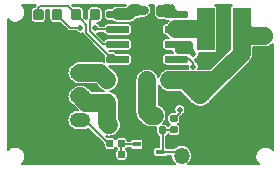
<source format=gtl>
G04 #@! TF.GenerationSoftware,KiCad,Pcbnew,(5.1.4)-1*
G04 #@! TF.CreationDate,2020-03-01T13:43:41+08:00*
G04 #@! TF.ProjectId,Core-Charger,436f7265-2d43-4686-9172-6765722e6b69,rev?*
G04 #@! TF.SameCoordinates,Original*
G04 #@! TF.FileFunction,Copper,L1,Top*
G04 #@! TF.FilePolarity,Positive*
%FSLAX46Y46*%
G04 Gerber Fmt 4.6, Leading zero omitted, Abs format (unit mm)*
G04 Created by KiCad (PCBNEW (5.1.4)-1) date 2020-03-01 13:43:41*
%MOMM*%
%LPD*%
G04 APERTURE LIST*
%ADD10C,0.020000*%
%ADD11C,0.590000*%
%ADD12C,0.975000*%
%ADD13C,0.875000*%
%ADD14C,1.200000*%
%ADD15O,1.750000X1.200000*%
%ADD16R,1.500000X3.600000*%
%ADD17R,0.700000X0.450000*%
%ADD18C,2.290000*%
%ADD19C,0.600000*%
%ADD20R,1.350000X1.350000*%
%ADD21O,1.350000X1.350000*%
%ADD22C,0.500000*%
%ADD23C,1.500000*%
%ADD24C,1.000000*%
%ADD25C,0.800000*%
%ADD26C,0.152000*%
%ADD27C,0.500000*%
G04 APERTURE END LIST*
D10*
G36*
X139936958Y-94130710D02*
G01*
X139951276Y-94132834D01*
X139965317Y-94136351D01*
X139978946Y-94141228D01*
X139992031Y-94147417D01*
X140004447Y-94154858D01*
X140016073Y-94163481D01*
X140026798Y-94173202D01*
X140036519Y-94183927D01*
X140045142Y-94195553D01*
X140052583Y-94207969D01*
X140058772Y-94221054D01*
X140063649Y-94234683D01*
X140067166Y-94248724D01*
X140069290Y-94263042D01*
X140070000Y-94277500D01*
X140070000Y-94622500D01*
X140069290Y-94636958D01*
X140067166Y-94651276D01*
X140063649Y-94665317D01*
X140058772Y-94678946D01*
X140052583Y-94692031D01*
X140045142Y-94704447D01*
X140036519Y-94716073D01*
X140026798Y-94726798D01*
X140016073Y-94736519D01*
X140004447Y-94745142D01*
X139992031Y-94752583D01*
X139978946Y-94758772D01*
X139965317Y-94763649D01*
X139951276Y-94767166D01*
X139936958Y-94769290D01*
X139922500Y-94770000D01*
X139627500Y-94770000D01*
X139613042Y-94769290D01*
X139598724Y-94767166D01*
X139584683Y-94763649D01*
X139571054Y-94758772D01*
X139557969Y-94752583D01*
X139545553Y-94745142D01*
X139533927Y-94736519D01*
X139523202Y-94726798D01*
X139513481Y-94716073D01*
X139504858Y-94704447D01*
X139497417Y-94692031D01*
X139491228Y-94678946D01*
X139486351Y-94665317D01*
X139482834Y-94651276D01*
X139480710Y-94636958D01*
X139480000Y-94622500D01*
X139480000Y-94277500D01*
X139480710Y-94263042D01*
X139482834Y-94248724D01*
X139486351Y-94234683D01*
X139491228Y-94221054D01*
X139497417Y-94207969D01*
X139504858Y-94195553D01*
X139513481Y-94183927D01*
X139523202Y-94173202D01*
X139533927Y-94163481D01*
X139545553Y-94154858D01*
X139557969Y-94147417D01*
X139571054Y-94141228D01*
X139584683Y-94136351D01*
X139598724Y-94132834D01*
X139613042Y-94130710D01*
X139627500Y-94130000D01*
X139922500Y-94130000D01*
X139936958Y-94130710D01*
X139936958Y-94130710D01*
G37*
D11*
X139775000Y-94450000D03*
D10*
G36*
X138966958Y-94130710D02*
G01*
X138981276Y-94132834D01*
X138995317Y-94136351D01*
X139008946Y-94141228D01*
X139022031Y-94147417D01*
X139034447Y-94154858D01*
X139046073Y-94163481D01*
X139056798Y-94173202D01*
X139066519Y-94183927D01*
X139075142Y-94195553D01*
X139082583Y-94207969D01*
X139088772Y-94221054D01*
X139093649Y-94234683D01*
X139097166Y-94248724D01*
X139099290Y-94263042D01*
X139100000Y-94277500D01*
X139100000Y-94622500D01*
X139099290Y-94636958D01*
X139097166Y-94651276D01*
X139093649Y-94665317D01*
X139088772Y-94678946D01*
X139082583Y-94692031D01*
X139075142Y-94704447D01*
X139066519Y-94716073D01*
X139056798Y-94726798D01*
X139046073Y-94736519D01*
X139034447Y-94745142D01*
X139022031Y-94752583D01*
X139008946Y-94758772D01*
X138995317Y-94763649D01*
X138981276Y-94767166D01*
X138966958Y-94769290D01*
X138952500Y-94770000D01*
X138657500Y-94770000D01*
X138643042Y-94769290D01*
X138628724Y-94767166D01*
X138614683Y-94763649D01*
X138601054Y-94758772D01*
X138587969Y-94752583D01*
X138575553Y-94745142D01*
X138563927Y-94736519D01*
X138553202Y-94726798D01*
X138543481Y-94716073D01*
X138534858Y-94704447D01*
X138527417Y-94692031D01*
X138521228Y-94678946D01*
X138516351Y-94665317D01*
X138512834Y-94651276D01*
X138510710Y-94636958D01*
X138510000Y-94622500D01*
X138510000Y-94277500D01*
X138510710Y-94263042D01*
X138512834Y-94248724D01*
X138516351Y-94234683D01*
X138521228Y-94221054D01*
X138527417Y-94207969D01*
X138534858Y-94195553D01*
X138543481Y-94183927D01*
X138553202Y-94173202D01*
X138563927Y-94163481D01*
X138575553Y-94154858D01*
X138587969Y-94147417D01*
X138601054Y-94141228D01*
X138614683Y-94136351D01*
X138628724Y-94132834D01*
X138643042Y-94130710D01*
X138657500Y-94130000D01*
X138952500Y-94130000D01*
X138966958Y-94130710D01*
X138966958Y-94130710D01*
G37*
D11*
X138805000Y-94450000D03*
D10*
G36*
X138727642Y-91411174D02*
G01*
X138751303Y-91414684D01*
X138774507Y-91420496D01*
X138797029Y-91428554D01*
X138818653Y-91438782D01*
X138839170Y-91451079D01*
X138858383Y-91465329D01*
X138876107Y-91481393D01*
X138892171Y-91499117D01*
X138906421Y-91518330D01*
X138918718Y-91538847D01*
X138928946Y-91560471D01*
X138937004Y-91582993D01*
X138942816Y-91606197D01*
X138946326Y-91629858D01*
X138947500Y-91653750D01*
X138947500Y-92566250D01*
X138946326Y-92590142D01*
X138942816Y-92613803D01*
X138937004Y-92637007D01*
X138928946Y-92659529D01*
X138918718Y-92681153D01*
X138906421Y-92701670D01*
X138892171Y-92720883D01*
X138876107Y-92738607D01*
X138858383Y-92754671D01*
X138839170Y-92768921D01*
X138818653Y-92781218D01*
X138797029Y-92791446D01*
X138774507Y-92799504D01*
X138751303Y-92805316D01*
X138727642Y-92808826D01*
X138703750Y-92810000D01*
X138216250Y-92810000D01*
X138192358Y-92808826D01*
X138168697Y-92805316D01*
X138145493Y-92799504D01*
X138122971Y-92791446D01*
X138101347Y-92781218D01*
X138080830Y-92768921D01*
X138061617Y-92754671D01*
X138043893Y-92738607D01*
X138027829Y-92720883D01*
X138013579Y-92701670D01*
X138001282Y-92681153D01*
X137991054Y-92659529D01*
X137982996Y-92637007D01*
X137977184Y-92613803D01*
X137973674Y-92590142D01*
X137972500Y-92566250D01*
X137972500Y-91653750D01*
X137973674Y-91629858D01*
X137977184Y-91606197D01*
X137982996Y-91582993D01*
X137991054Y-91560471D01*
X138001282Y-91538847D01*
X138013579Y-91518330D01*
X138027829Y-91499117D01*
X138043893Y-91481393D01*
X138061617Y-91465329D01*
X138080830Y-91451079D01*
X138101347Y-91438782D01*
X138122971Y-91428554D01*
X138145493Y-91420496D01*
X138168697Y-91414684D01*
X138192358Y-91411174D01*
X138216250Y-91410000D01*
X138703750Y-91410000D01*
X138727642Y-91411174D01*
X138727642Y-91411174D01*
G37*
D12*
X138460000Y-92110000D03*
D10*
G36*
X140602642Y-91411174D02*
G01*
X140626303Y-91414684D01*
X140649507Y-91420496D01*
X140672029Y-91428554D01*
X140693653Y-91438782D01*
X140714170Y-91451079D01*
X140733383Y-91465329D01*
X140751107Y-91481393D01*
X140767171Y-91499117D01*
X140781421Y-91518330D01*
X140793718Y-91538847D01*
X140803946Y-91560471D01*
X140812004Y-91582993D01*
X140817816Y-91606197D01*
X140821326Y-91629858D01*
X140822500Y-91653750D01*
X140822500Y-92566250D01*
X140821326Y-92590142D01*
X140817816Y-92613803D01*
X140812004Y-92637007D01*
X140803946Y-92659529D01*
X140793718Y-92681153D01*
X140781421Y-92701670D01*
X140767171Y-92720883D01*
X140751107Y-92738607D01*
X140733383Y-92754671D01*
X140714170Y-92768921D01*
X140693653Y-92781218D01*
X140672029Y-92791446D01*
X140649507Y-92799504D01*
X140626303Y-92805316D01*
X140602642Y-92808826D01*
X140578750Y-92810000D01*
X140091250Y-92810000D01*
X140067358Y-92808826D01*
X140043697Y-92805316D01*
X140020493Y-92799504D01*
X139997971Y-92791446D01*
X139976347Y-92781218D01*
X139955830Y-92768921D01*
X139936617Y-92754671D01*
X139918893Y-92738607D01*
X139902829Y-92720883D01*
X139888579Y-92701670D01*
X139876282Y-92681153D01*
X139866054Y-92659529D01*
X139857996Y-92637007D01*
X139852184Y-92613803D01*
X139848674Y-92590142D01*
X139847500Y-92566250D01*
X139847500Y-91653750D01*
X139848674Y-91629858D01*
X139852184Y-91606197D01*
X139857996Y-91582993D01*
X139866054Y-91560471D01*
X139876282Y-91538847D01*
X139888579Y-91518330D01*
X139902829Y-91499117D01*
X139918893Y-91481393D01*
X139936617Y-91465329D01*
X139955830Y-91451079D01*
X139976347Y-91438782D01*
X139997971Y-91428554D01*
X140020493Y-91420496D01*
X140043697Y-91414684D01*
X140067358Y-91411174D01*
X140091250Y-91410000D01*
X140578750Y-91410000D01*
X140602642Y-91411174D01*
X140602642Y-91411174D01*
G37*
D12*
X140335000Y-92110000D03*
D10*
G36*
X148870142Y-87851174D02*
G01*
X148893803Y-87854684D01*
X148917007Y-87860496D01*
X148939529Y-87868554D01*
X148961153Y-87878782D01*
X148981670Y-87891079D01*
X149000883Y-87905329D01*
X149018607Y-87921393D01*
X149034671Y-87939117D01*
X149048921Y-87958330D01*
X149061218Y-87978847D01*
X149071446Y-88000471D01*
X149079504Y-88022993D01*
X149085316Y-88046197D01*
X149088826Y-88069858D01*
X149090000Y-88093750D01*
X149090000Y-88581250D01*
X149088826Y-88605142D01*
X149085316Y-88628803D01*
X149079504Y-88652007D01*
X149071446Y-88674529D01*
X149061218Y-88696153D01*
X149048921Y-88716670D01*
X149034671Y-88735883D01*
X149018607Y-88753607D01*
X149000883Y-88769671D01*
X148981670Y-88783921D01*
X148961153Y-88796218D01*
X148939529Y-88806446D01*
X148917007Y-88814504D01*
X148893803Y-88820316D01*
X148870142Y-88823826D01*
X148846250Y-88825000D01*
X147933750Y-88825000D01*
X147909858Y-88823826D01*
X147886197Y-88820316D01*
X147862993Y-88814504D01*
X147840471Y-88806446D01*
X147818847Y-88796218D01*
X147798330Y-88783921D01*
X147779117Y-88769671D01*
X147761393Y-88753607D01*
X147745329Y-88735883D01*
X147731079Y-88716670D01*
X147718782Y-88696153D01*
X147708554Y-88674529D01*
X147700496Y-88652007D01*
X147694684Y-88628803D01*
X147691174Y-88605142D01*
X147690000Y-88581250D01*
X147690000Y-88093750D01*
X147691174Y-88069858D01*
X147694684Y-88046197D01*
X147700496Y-88022993D01*
X147708554Y-88000471D01*
X147718782Y-87978847D01*
X147731079Y-87958330D01*
X147745329Y-87939117D01*
X147761393Y-87921393D01*
X147779117Y-87905329D01*
X147798330Y-87891079D01*
X147818847Y-87878782D01*
X147840471Y-87868554D01*
X147862993Y-87860496D01*
X147886197Y-87854684D01*
X147909858Y-87851174D01*
X147933750Y-87850000D01*
X148846250Y-87850000D01*
X148870142Y-87851174D01*
X148870142Y-87851174D01*
G37*
D12*
X148390000Y-88337500D03*
D10*
G36*
X148870142Y-85976174D02*
G01*
X148893803Y-85979684D01*
X148917007Y-85985496D01*
X148939529Y-85993554D01*
X148961153Y-86003782D01*
X148981670Y-86016079D01*
X149000883Y-86030329D01*
X149018607Y-86046393D01*
X149034671Y-86064117D01*
X149048921Y-86083330D01*
X149061218Y-86103847D01*
X149071446Y-86125471D01*
X149079504Y-86147993D01*
X149085316Y-86171197D01*
X149088826Y-86194858D01*
X149090000Y-86218750D01*
X149090000Y-86706250D01*
X149088826Y-86730142D01*
X149085316Y-86753803D01*
X149079504Y-86777007D01*
X149071446Y-86799529D01*
X149061218Y-86821153D01*
X149048921Y-86841670D01*
X149034671Y-86860883D01*
X149018607Y-86878607D01*
X149000883Y-86894671D01*
X148981670Y-86908921D01*
X148961153Y-86921218D01*
X148939529Y-86931446D01*
X148917007Y-86939504D01*
X148893803Y-86945316D01*
X148870142Y-86948826D01*
X148846250Y-86950000D01*
X147933750Y-86950000D01*
X147909858Y-86948826D01*
X147886197Y-86945316D01*
X147862993Y-86939504D01*
X147840471Y-86931446D01*
X147818847Y-86921218D01*
X147798330Y-86908921D01*
X147779117Y-86894671D01*
X147761393Y-86878607D01*
X147745329Y-86860883D01*
X147731079Y-86841670D01*
X147718782Y-86821153D01*
X147708554Y-86799529D01*
X147700496Y-86777007D01*
X147694684Y-86753803D01*
X147691174Y-86730142D01*
X147690000Y-86706250D01*
X147690000Y-86218750D01*
X147691174Y-86194858D01*
X147694684Y-86171197D01*
X147700496Y-86147993D01*
X147708554Y-86125471D01*
X147718782Y-86103847D01*
X147731079Y-86083330D01*
X147745329Y-86064117D01*
X147761393Y-86046393D01*
X147779117Y-86030329D01*
X147798330Y-86016079D01*
X147818847Y-86003782D01*
X147840471Y-85993554D01*
X147862993Y-85985496D01*
X147886197Y-85979684D01*
X147909858Y-85976174D01*
X147933750Y-85975000D01*
X148846250Y-85975000D01*
X148870142Y-85976174D01*
X148870142Y-85976174D01*
G37*
D12*
X148390000Y-86462500D03*
D10*
G36*
X135370142Y-91411174D02*
G01*
X135393803Y-91414684D01*
X135417007Y-91420496D01*
X135439529Y-91428554D01*
X135461153Y-91438782D01*
X135481670Y-91451079D01*
X135500883Y-91465329D01*
X135518607Y-91481393D01*
X135534671Y-91499117D01*
X135548921Y-91518330D01*
X135561218Y-91538847D01*
X135571446Y-91560471D01*
X135579504Y-91582993D01*
X135585316Y-91606197D01*
X135588826Y-91629858D01*
X135590000Y-91653750D01*
X135590000Y-92566250D01*
X135588826Y-92590142D01*
X135585316Y-92613803D01*
X135579504Y-92637007D01*
X135571446Y-92659529D01*
X135561218Y-92681153D01*
X135548921Y-92701670D01*
X135534671Y-92720883D01*
X135518607Y-92738607D01*
X135500883Y-92754671D01*
X135481670Y-92768921D01*
X135461153Y-92781218D01*
X135439529Y-92791446D01*
X135417007Y-92799504D01*
X135393803Y-92805316D01*
X135370142Y-92808826D01*
X135346250Y-92810000D01*
X134858750Y-92810000D01*
X134834858Y-92808826D01*
X134811197Y-92805316D01*
X134787993Y-92799504D01*
X134765471Y-92791446D01*
X134743847Y-92781218D01*
X134723330Y-92768921D01*
X134704117Y-92754671D01*
X134686393Y-92738607D01*
X134670329Y-92720883D01*
X134656079Y-92701670D01*
X134643782Y-92681153D01*
X134633554Y-92659529D01*
X134625496Y-92637007D01*
X134619684Y-92613803D01*
X134616174Y-92590142D01*
X134615000Y-92566250D01*
X134615000Y-91653750D01*
X134616174Y-91629858D01*
X134619684Y-91606197D01*
X134625496Y-91582993D01*
X134633554Y-91560471D01*
X134643782Y-91538847D01*
X134656079Y-91518330D01*
X134670329Y-91499117D01*
X134686393Y-91481393D01*
X134704117Y-91465329D01*
X134723330Y-91451079D01*
X134743847Y-91438782D01*
X134765471Y-91428554D01*
X134787993Y-91420496D01*
X134811197Y-91414684D01*
X134834858Y-91411174D01*
X134858750Y-91410000D01*
X135346250Y-91410000D01*
X135370142Y-91411174D01*
X135370142Y-91411174D01*
G37*
D12*
X135102500Y-92110000D03*
D10*
G36*
X137245142Y-91411174D02*
G01*
X137268803Y-91414684D01*
X137292007Y-91420496D01*
X137314529Y-91428554D01*
X137336153Y-91438782D01*
X137356670Y-91451079D01*
X137375883Y-91465329D01*
X137393607Y-91481393D01*
X137409671Y-91499117D01*
X137423921Y-91518330D01*
X137436218Y-91538847D01*
X137446446Y-91560471D01*
X137454504Y-91582993D01*
X137460316Y-91606197D01*
X137463826Y-91629858D01*
X137465000Y-91653750D01*
X137465000Y-92566250D01*
X137463826Y-92590142D01*
X137460316Y-92613803D01*
X137454504Y-92637007D01*
X137446446Y-92659529D01*
X137436218Y-92681153D01*
X137423921Y-92701670D01*
X137409671Y-92720883D01*
X137393607Y-92738607D01*
X137375883Y-92754671D01*
X137356670Y-92768921D01*
X137336153Y-92781218D01*
X137314529Y-92791446D01*
X137292007Y-92799504D01*
X137268803Y-92805316D01*
X137245142Y-92808826D01*
X137221250Y-92810000D01*
X136733750Y-92810000D01*
X136709858Y-92808826D01*
X136686197Y-92805316D01*
X136662993Y-92799504D01*
X136640471Y-92791446D01*
X136618847Y-92781218D01*
X136598330Y-92768921D01*
X136579117Y-92754671D01*
X136561393Y-92738607D01*
X136545329Y-92720883D01*
X136531079Y-92701670D01*
X136518782Y-92681153D01*
X136508554Y-92659529D01*
X136500496Y-92637007D01*
X136494684Y-92613803D01*
X136491174Y-92590142D01*
X136490000Y-92566250D01*
X136490000Y-91653750D01*
X136491174Y-91629858D01*
X136494684Y-91606197D01*
X136500496Y-91582993D01*
X136508554Y-91560471D01*
X136518782Y-91538847D01*
X136531079Y-91518330D01*
X136545329Y-91499117D01*
X136561393Y-91481393D01*
X136579117Y-91465329D01*
X136598330Y-91451079D01*
X136618847Y-91438782D01*
X136640471Y-91428554D01*
X136662993Y-91420496D01*
X136686197Y-91414684D01*
X136709858Y-91411174D01*
X136733750Y-91410000D01*
X137221250Y-91410000D01*
X137245142Y-91411174D01*
X137245142Y-91411174D01*
G37*
D12*
X136977500Y-92110000D03*
D10*
G36*
X137405142Y-93311174D02*
G01*
X137428803Y-93314684D01*
X137452007Y-93320496D01*
X137474529Y-93328554D01*
X137496153Y-93338782D01*
X137516670Y-93351079D01*
X137535883Y-93365329D01*
X137553607Y-93381393D01*
X137569671Y-93399117D01*
X137583921Y-93418330D01*
X137596218Y-93438847D01*
X137606446Y-93460471D01*
X137614504Y-93482993D01*
X137620316Y-93506197D01*
X137623826Y-93529858D01*
X137625000Y-93553750D01*
X137625000Y-94466250D01*
X137623826Y-94490142D01*
X137620316Y-94513803D01*
X137614504Y-94537007D01*
X137606446Y-94559529D01*
X137596218Y-94581153D01*
X137583921Y-94601670D01*
X137569671Y-94620883D01*
X137553607Y-94638607D01*
X137535883Y-94654671D01*
X137516670Y-94668921D01*
X137496153Y-94681218D01*
X137474529Y-94691446D01*
X137452007Y-94699504D01*
X137428803Y-94705316D01*
X137405142Y-94708826D01*
X137381250Y-94710000D01*
X136893750Y-94710000D01*
X136869858Y-94708826D01*
X136846197Y-94705316D01*
X136822993Y-94699504D01*
X136800471Y-94691446D01*
X136778847Y-94681218D01*
X136758330Y-94668921D01*
X136739117Y-94654671D01*
X136721393Y-94638607D01*
X136705329Y-94620883D01*
X136691079Y-94601670D01*
X136678782Y-94581153D01*
X136668554Y-94559529D01*
X136660496Y-94537007D01*
X136654684Y-94513803D01*
X136651174Y-94490142D01*
X136650000Y-94466250D01*
X136650000Y-93553750D01*
X136651174Y-93529858D01*
X136654684Y-93506197D01*
X136660496Y-93482993D01*
X136668554Y-93460471D01*
X136678782Y-93438847D01*
X136691079Y-93418330D01*
X136705329Y-93399117D01*
X136721393Y-93381393D01*
X136739117Y-93365329D01*
X136758330Y-93351079D01*
X136778847Y-93338782D01*
X136800471Y-93328554D01*
X136822993Y-93320496D01*
X136846197Y-93314684D01*
X136869858Y-93311174D01*
X136893750Y-93310000D01*
X137381250Y-93310000D01*
X137405142Y-93311174D01*
X137405142Y-93311174D01*
G37*
D12*
X137137500Y-94010000D03*
D10*
G36*
X135530142Y-93311174D02*
G01*
X135553803Y-93314684D01*
X135577007Y-93320496D01*
X135599529Y-93328554D01*
X135621153Y-93338782D01*
X135641670Y-93351079D01*
X135660883Y-93365329D01*
X135678607Y-93381393D01*
X135694671Y-93399117D01*
X135708921Y-93418330D01*
X135721218Y-93438847D01*
X135731446Y-93460471D01*
X135739504Y-93482993D01*
X135745316Y-93506197D01*
X135748826Y-93529858D01*
X135750000Y-93553750D01*
X135750000Y-94466250D01*
X135748826Y-94490142D01*
X135745316Y-94513803D01*
X135739504Y-94537007D01*
X135731446Y-94559529D01*
X135721218Y-94581153D01*
X135708921Y-94601670D01*
X135694671Y-94620883D01*
X135678607Y-94638607D01*
X135660883Y-94654671D01*
X135641670Y-94668921D01*
X135621153Y-94681218D01*
X135599529Y-94691446D01*
X135577007Y-94699504D01*
X135553803Y-94705316D01*
X135530142Y-94708826D01*
X135506250Y-94710000D01*
X135018750Y-94710000D01*
X134994858Y-94708826D01*
X134971197Y-94705316D01*
X134947993Y-94699504D01*
X134925471Y-94691446D01*
X134903847Y-94681218D01*
X134883330Y-94668921D01*
X134864117Y-94654671D01*
X134846393Y-94638607D01*
X134830329Y-94620883D01*
X134816079Y-94601670D01*
X134803782Y-94581153D01*
X134793554Y-94559529D01*
X134785496Y-94537007D01*
X134779684Y-94513803D01*
X134776174Y-94490142D01*
X134775000Y-94466250D01*
X134775000Y-93553750D01*
X134776174Y-93529858D01*
X134779684Y-93506197D01*
X134785496Y-93482993D01*
X134793554Y-93460471D01*
X134803782Y-93438847D01*
X134816079Y-93418330D01*
X134830329Y-93399117D01*
X134846393Y-93381393D01*
X134864117Y-93365329D01*
X134883330Y-93351079D01*
X134903847Y-93338782D01*
X134925471Y-93328554D01*
X134947993Y-93320496D01*
X134971197Y-93314684D01*
X134994858Y-93311174D01*
X135018750Y-93310000D01*
X135506250Y-93310000D01*
X135530142Y-93311174D01*
X135530142Y-93311174D01*
G37*
D12*
X135262500Y-94010000D03*
D10*
G36*
X135377642Y-89501174D02*
G01*
X135401303Y-89504684D01*
X135424507Y-89510496D01*
X135447029Y-89518554D01*
X135468653Y-89528782D01*
X135489170Y-89541079D01*
X135508383Y-89555329D01*
X135526107Y-89571393D01*
X135542171Y-89589117D01*
X135556421Y-89608330D01*
X135568718Y-89628847D01*
X135578946Y-89650471D01*
X135587004Y-89672993D01*
X135592816Y-89696197D01*
X135596326Y-89719858D01*
X135597500Y-89743750D01*
X135597500Y-90656250D01*
X135596326Y-90680142D01*
X135592816Y-90703803D01*
X135587004Y-90727007D01*
X135578946Y-90749529D01*
X135568718Y-90771153D01*
X135556421Y-90791670D01*
X135542171Y-90810883D01*
X135526107Y-90828607D01*
X135508383Y-90844671D01*
X135489170Y-90858921D01*
X135468653Y-90871218D01*
X135447029Y-90881446D01*
X135424507Y-90889504D01*
X135401303Y-90895316D01*
X135377642Y-90898826D01*
X135353750Y-90900000D01*
X134866250Y-90900000D01*
X134842358Y-90898826D01*
X134818697Y-90895316D01*
X134795493Y-90889504D01*
X134772971Y-90881446D01*
X134751347Y-90871218D01*
X134730830Y-90858921D01*
X134711617Y-90844671D01*
X134693893Y-90828607D01*
X134677829Y-90810883D01*
X134663579Y-90791670D01*
X134651282Y-90771153D01*
X134641054Y-90749529D01*
X134632996Y-90727007D01*
X134627184Y-90703803D01*
X134623674Y-90680142D01*
X134622500Y-90656250D01*
X134622500Y-89743750D01*
X134623674Y-89719858D01*
X134627184Y-89696197D01*
X134632996Y-89672993D01*
X134641054Y-89650471D01*
X134651282Y-89628847D01*
X134663579Y-89608330D01*
X134677829Y-89589117D01*
X134693893Y-89571393D01*
X134711617Y-89555329D01*
X134730830Y-89541079D01*
X134751347Y-89528782D01*
X134772971Y-89518554D01*
X134795493Y-89510496D01*
X134818697Y-89504684D01*
X134842358Y-89501174D01*
X134866250Y-89500000D01*
X135353750Y-89500000D01*
X135377642Y-89501174D01*
X135377642Y-89501174D01*
G37*
D12*
X135110000Y-90200000D03*
D10*
G36*
X137252642Y-89501174D02*
G01*
X137276303Y-89504684D01*
X137299507Y-89510496D01*
X137322029Y-89518554D01*
X137343653Y-89528782D01*
X137364170Y-89541079D01*
X137383383Y-89555329D01*
X137401107Y-89571393D01*
X137417171Y-89589117D01*
X137431421Y-89608330D01*
X137443718Y-89628847D01*
X137453946Y-89650471D01*
X137462004Y-89672993D01*
X137467816Y-89696197D01*
X137471326Y-89719858D01*
X137472500Y-89743750D01*
X137472500Y-90656250D01*
X137471326Y-90680142D01*
X137467816Y-90703803D01*
X137462004Y-90727007D01*
X137453946Y-90749529D01*
X137443718Y-90771153D01*
X137431421Y-90791670D01*
X137417171Y-90810883D01*
X137401107Y-90828607D01*
X137383383Y-90844671D01*
X137364170Y-90858921D01*
X137343653Y-90871218D01*
X137322029Y-90881446D01*
X137299507Y-90889504D01*
X137276303Y-90895316D01*
X137252642Y-90898826D01*
X137228750Y-90900000D01*
X136741250Y-90900000D01*
X136717358Y-90898826D01*
X136693697Y-90895316D01*
X136670493Y-90889504D01*
X136647971Y-90881446D01*
X136626347Y-90871218D01*
X136605830Y-90858921D01*
X136586617Y-90844671D01*
X136568893Y-90828607D01*
X136552829Y-90810883D01*
X136538579Y-90791670D01*
X136526282Y-90771153D01*
X136516054Y-90749529D01*
X136507996Y-90727007D01*
X136502184Y-90703803D01*
X136498674Y-90680142D01*
X136497500Y-90656250D01*
X136497500Y-89743750D01*
X136498674Y-89719858D01*
X136502184Y-89696197D01*
X136507996Y-89672993D01*
X136516054Y-89650471D01*
X136526282Y-89628847D01*
X136538579Y-89608330D01*
X136552829Y-89589117D01*
X136568893Y-89571393D01*
X136586617Y-89555329D01*
X136605830Y-89541079D01*
X136626347Y-89528782D01*
X136647971Y-89518554D01*
X136670493Y-89510496D01*
X136693697Y-89504684D01*
X136717358Y-89501174D01*
X136741250Y-89500000D01*
X137228750Y-89500000D01*
X137252642Y-89501174D01*
X137252642Y-89501174D01*
G37*
D12*
X136985000Y-90200000D03*
D10*
G36*
X129512691Y-84206053D02*
G01*
X129533926Y-84209203D01*
X129554750Y-84214419D01*
X129574962Y-84221651D01*
X129594368Y-84230830D01*
X129612781Y-84241866D01*
X129630024Y-84254654D01*
X129645930Y-84269070D01*
X129660346Y-84284976D01*
X129673134Y-84302219D01*
X129684170Y-84320632D01*
X129693349Y-84340038D01*
X129700581Y-84360250D01*
X129705797Y-84381074D01*
X129708947Y-84402309D01*
X129710000Y-84423750D01*
X129710000Y-84936250D01*
X129708947Y-84957691D01*
X129705797Y-84978926D01*
X129700581Y-84999750D01*
X129693349Y-85019962D01*
X129684170Y-85039368D01*
X129673134Y-85057781D01*
X129660346Y-85075024D01*
X129645930Y-85090930D01*
X129630024Y-85105346D01*
X129612781Y-85118134D01*
X129594368Y-85129170D01*
X129574962Y-85138349D01*
X129554750Y-85145581D01*
X129533926Y-85150797D01*
X129512691Y-85153947D01*
X129491250Y-85155000D01*
X129053750Y-85155000D01*
X129032309Y-85153947D01*
X129011074Y-85150797D01*
X128990250Y-85145581D01*
X128970038Y-85138349D01*
X128950632Y-85129170D01*
X128932219Y-85118134D01*
X128914976Y-85105346D01*
X128899070Y-85090930D01*
X128884654Y-85075024D01*
X128871866Y-85057781D01*
X128860830Y-85039368D01*
X128851651Y-85019962D01*
X128844419Y-84999750D01*
X128839203Y-84978926D01*
X128836053Y-84957691D01*
X128835000Y-84936250D01*
X128835000Y-84423750D01*
X128836053Y-84402309D01*
X128839203Y-84381074D01*
X128844419Y-84360250D01*
X128851651Y-84340038D01*
X128860830Y-84320632D01*
X128871866Y-84302219D01*
X128884654Y-84284976D01*
X128899070Y-84269070D01*
X128914976Y-84254654D01*
X128932219Y-84241866D01*
X128950632Y-84230830D01*
X128970038Y-84221651D01*
X128990250Y-84214419D01*
X129011074Y-84209203D01*
X129032309Y-84206053D01*
X129053750Y-84205000D01*
X129491250Y-84205000D01*
X129512691Y-84206053D01*
X129512691Y-84206053D01*
G37*
D13*
X129272500Y-84680000D03*
D10*
G36*
X131087691Y-84206053D02*
G01*
X131108926Y-84209203D01*
X131129750Y-84214419D01*
X131149962Y-84221651D01*
X131169368Y-84230830D01*
X131187781Y-84241866D01*
X131205024Y-84254654D01*
X131220930Y-84269070D01*
X131235346Y-84284976D01*
X131248134Y-84302219D01*
X131259170Y-84320632D01*
X131268349Y-84340038D01*
X131275581Y-84360250D01*
X131280797Y-84381074D01*
X131283947Y-84402309D01*
X131285000Y-84423750D01*
X131285000Y-84936250D01*
X131283947Y-84957691D01*
X131280797Y-84978926D01*
X131275581Y-84999750D01*
X131268349Y-85019962D01*
X131259170Y-85039368D01*
X131248134Y-85057781D01*
X131235346Y-85075024D01*
X131220930Y-85090930D01*
X131205024Y-85105346D01*
X131187781Y-85118134D01*
X131169368Y-85129170D01*
X131149962Y-85138349D01*
X131129750Y-85145581D01*
X131108926Y-85150797D01*
X131087691Y-85153947D01*
X131066250Y-85155000D01*
X130628750Y-85155000D01*
X130607309Y-85153947D01*
X130586074Y-85150797D01*
X130565250Y-85145581D01*
X130545038Y-85138349D01*
X130525632Y-85129170D01*
X130507219Y-85118134D01*
X130489976Y-85105346D01*
X130474070Y-85090930D01*
X130459654Y-85075024D01*
X130446866Y-85057781D01*
X130435830Y-85039368D01*
X130426651Y-85019962D01*
X130419419Y-84999750D01*
X130414203Y-84978926D01*
X130411053Y-84957691D01*
X130410000Y-84936250D01*
X130410000Y-84423750D01*
X130411053Y-84402309D01*
X130414203Y-84381074D01*
X130419419Y-84360250D01*
X130426651Y-84340038D01*
X130435830Y-84320632D01*
X130446866Y-84302219D01*
X130459654Y-84284976D01*
X130474070Y-84269070D01*
X130489976Y-84254654D01*
X130507219Y-84241866D01*
X130525632Y-84230830D01*
X130545038Y-84221651D01*
X130565250Y-84214419D01*
X130586074Y-84209203D01*
X130607309Y-84206053D01*
X130628750Y-84205000D01*
X131066250Y-84205000D01*
X131087691Y-84206053D01*
X131087691Y-84206053D01*
G37*
D13*
X130847500Y-84680000D03*
D10*
G36*
X132712691Y-84196053D02*
G01*
X132733926Y-84199203D01*
X132754750Y-84204419D01*
X132774962Y-84211651D01*
X132794368Y-84220830D01*
X132812781Y-84231866D01*
X132830024Y-84244654D01*
X132845930Y-84259070D01*
X132860346Y-84274976D01*
X132873134Y-84292219D01*
X132884170Y-84310632D01*
X132893349Y-84330038D01*
X132900581Y-84350250D01*
X132905797Y-84371074D01*
X132908947Y-84392309D01*
X132910000Y-84413750D01*
X132910000Y-84926250D01*
X132908947Y-84947691D01*
X132905797Y-84968926D01*
X132900581Y-84989750D01*
X132893349Y-85009962D01*
X132884170Y-85029368D01*
X132873134Y-85047781D01*
X132860346Y-85065024D01*
X132845930Y-85080930D01*
X132830024Y-85095346D01*
X132812781Y-85108134D01*
X132794368Y-85119170D01*
X132774962Y-85128349D01*
X132754750Y-85135581D01*
X132733926Y-85140797D01*
X132712691Y-85143947D01*
X132691250Y-85145000D01*
X132253750Y-85145000D01*
X132232309Y-85143947D01*
X132211074Y-85140797D01*
X132190250Y-85135581D01*
X132170038Y-85128349D01*
X132150632Y-85119170D01*
X132132219Y-85108134D01*
X132114976Y-85095346D01*
X132099070Y-85080930D01*
X132084654Y-85065024D01*
X132071866Y-85047781D01*
X132060830Y-85029368D01*
X132051651Y-85009962D01*
X132044419Y-84989750D01*
X132039203Y-84968926D01*
X132036053Y-84947691D01*
X132035000Y-84926250D01*
X132035000Y-84413750D01*
X132036053Y-84392309D01*
X132039203Y-84371074D01*
X132044419Y-84350250D01*
X132051651Y-84330038D01*
X132060830Y-84310632D01*
X132071866Y-84292219D01*
X132084654Y-84274976D01*
X132099070Y-84259070D01*
X132114976Y-84244654D01*
X132132219Y-84231866D01*
X132150632Y-84220830D01*
X132170038Y-84211651D01*
X132190250Y-84204419D01*
X132211074Y-84199203D01*
X132232309Y-84196053D01*
X132253750Y-84195000D01*
X132691250Y-84195000D01*
X132712691Y-84196053D01*
X132712691Y-84196053D01*
G37*
D13*
X132472500Y-84670000D03*
D10*
G36*
X134287691Y-84196053D02*
G01*
X134308926Y-84199203D01*
X134329750Y-84204419D01*
X134349962Y-84211651D01*
X134369368Y-84220830D01*
X134387781Y-84231866D01*
X134405024Y-84244654D01*
X134420930Y-84259070D01*
X134435346Y-84274976D01*
X134448134Y-84292219D01*
X134459170Y-84310632D01*
X134468349Y-84330038D01*
X134475581Y-84350250D01*
X134480797Y-84371074D01*
X134483947Y-84392309D01*
X134485000Y-84413750D01*
X134485000Y-84926250D01*
X134483947Y-84947691D01*
X134480797Y-84968926D01*
X134475581Y-84989750D01*
X134468349Y-85009962D01*
X134459170Y-85029368D01*
X134448134Y-85047781D01*
X134435346Y-85065024D01*
X134420930Y-85080930D01*
X134405024Y-85095346D01*
X134387781Y-85108134D01*
X134369368Y-85119170D01*
X134349962Y-85128349D01*
X134329750Y-85135581D01*
X134308926Y-85140797D01*
X134287691Y-85143947D01*
X134266250Y-85145000D01*
X133828750Y-85145000D01*
X133807309Y-85143947D01*
X133786074Y-85140797D01*
X133765250Y-85135581D01*
X133745038Y-85128349D01*
X133725632Y-85119170D01*
X133707219Y-85108134D01*
X133689976Y-85095346D01*
X133674070Y-85080930D01*
X133659654Y-85065024D01*
X133646866Y-85047781D01*
X133635830Y-85029368D01*
X133626651Y-85009962D01*
X133619419Y-84989750D01*
X133614203Y-84968926D01*
X133611053Y-84947691D01*
X133610000Y-84926250D01*
X133610000Y-84413750D01*
X133611053Y-84392309D01*
X133614203Y-84371074D01*
X133619419Y-84350250D01*
X133626651Y-84330038D01*
X133635830Y-84310632D01*
X133646866Y-84292219D01*
X133659654Y-84274976D01*
X133674070Y-84259070D01*
X133689976Y-84244654D01*
X133707219Y-84231866D01*
X133725632Y-84220830D01*
X133745038Y-84211651D01*
X133765250Y-84204419D01*
X133786074Y-84199203D01*
X133807309Y-84196053D01*
X133828750Y-84195000D01*
X134266250Y-84195000D01*
X134287691Y-84196053D01*
X134287691Y-84196053D01*
G37*
D13*
X134047500Y-84670000D03*
D10*
G36*
X133479505Y-87001204D02*
G01*
X133503773Y-87004804D01*
X133527572Y-87010765D01*
X133550671Y-87019030D01*
X133572850Y-87029520D01*
X133593893Y-87042132D01*
X133613599Y-87056747D01*
X133631777Y-87073223D01*
X133648253Y-87091401D01*
X133662868Y-87111107D01*
X133675480Y-87132150D01*
X133685970Y-87154329D01*
X133694235Y-87177428D01*
X133700196Y-87201227D01*
X133703796Y-87225495D01*
X133705000Y-87249999D01*
X133705000Y-87950001D01*
X133703796Y-87974505D01*
X133700196Y-87998773D01*
X133694235Y-88022572D01*
X133685970Y-88045671D01*
X133675480Y-88067850D01*
X133662868Y-88088893D01*
X133648253Y-88108599D01*
X133631777Y-88126777D01*
X133613599Y-88143253D01*
X133593893Y-88157868D01*
X133572850Y-88170480D01*
X133550671Y-88180970D01*
X133527572Y-88189235D01*
X133503773Y-88195196D01*
X133479505Y-88198796D01*
X133455001Y-88200000D01*
X132204999Y-88200000D01*
X132180495Y-88198796D01*
X132156227Y-88195196D01*
X132132428Y-88189235D01*
X132109329Y-88180970D01*
X132087150Y-88170480D01*
X132066107Y-88157868D01*
X132046401Y-88143253D01*
X132028223Y-88126777D01*
X132011747Y-88108599D01*
X131997132Y-88088893D01*
X131984520Y-88067850D01*
X131974030Y-88045671D01*
X131965765Y-88022572D01*
X131959804Y-87998773D01*
X131956204Y-87974505D01*
X131955000Y-87950001D01*
X131955000Y-87249999D01*
X131956204Y-87225495D01*
X131959804Y-87201227D01*
X131965765Y-87177428D01*
X131974030Y-87154329D01*
X131984520Y-87132150D01*
X131997132Y-87111107D01*
X132011747Y-87091401D01*
X132028223Y-87073223D01*
X132046401Y-87056747D01*
X132066107Y-87042132D01*
X132087150Y-87029520D01*
X132109329Y-87019030D01*
X132132428Y-87010765D01*
X132156227Y-87004804D01*
X132180495Y-87001204D01*
X132204999Y-87000000D01*
X133455001Y-87000000D01*
X133479505Y-87001204D01*
X133479505Y-87001204D01*
G37*
D14*
X132830000Y-87600000D03*
D15*
X132830000Y-89600000D03*
X132830000Y-91600000D03*
X132830000Y-93600000D03*
D10*
G36*
X143599505Y-92911204D02*
G01*
X143623773Y-92914804D01*
X143647572Y-92920765D01*
X143670671Y-92929030D01*
X143692850Y-92939520D01*
X143713893Y-92952132D01*
X143733599Y-92966747D01*
X143751777Y-92983223D01*
X143768253Y-93001401D01*
X143782868Y-93021107D01*
X143795480Y-93042150D01*
X143805970Y-93064329D01*
X143814235Y-93087428D01*
X143820196Y-93111227D01*
X143823796Y-93135495D01*
X143825000Y-93159999D01*
X143825000Y-93860001D01*
X143823796Y-93884505D01*
X143820196Y-93908773D01*
X143814235Y-93932572D01*
X143805970Y-93955671D01*
X143795480Y-93977850D01*
X143782868Y-93998893D01*
X143768253Y-94018599D01*
X143751777Y-94036777D01*
X143733599Y-94053253D01*
X143713893Y-94067868D01*
X143692850Y-94080480D01*
X143670671Y-94090970D01*
X143647572Y-94099235D01*
X143623773Y-94105196D01*
X143599505Y-94108796D01*
X143575001Y-94110000D01*
X142324999Y-94110000D01*
X142300495Y-94108796D01*
X142276227Y-94105196D01*
X142252428Y-94099235D01*
X142229329Y-94090970D01*
X142207150Y-94080480D01*
X142186107Y-94067868D01*
X142166401Y-94053253D01*
X142148223Y-94036777D01*
X142131747Y-94018599D01*
X142117132Y-93998893D01*
X142104520Y-93977850D01*
X142094030Y-93955671D01*
X142085765Y-93932572D01*
X142079804Y-93908773D01*
X142076204Y-93884505D01*
X142075000Y-93860001D01*
X142075000Y-93159999D01*
X142076204Y-93135495D01*
X142079804Y-93111227D01*
X142085765Y-93087428D01*
X142094030Y-93064329D01*
X142104520Y-93042150D01*
X142117132Y-93021107D01*
X142131747Y-93001401D01*
X142148223Y-92983223D01*
X142166401Y-92966747D01*
X142186107Y-92952132D01*
X142207150Y-92939520D01*
X142229329Y-92929030D01*
X142252428Y-92920765D01*
X142276227Y-92914804D01*
X142300495Y-92911204D01*
X142324999Y-92910000D01*
X143575001Y-92910000D01*
X143599505Y-92911204D01*
X143599505Y-92911204D01*
G37*
D14*
X142950000Y-93510000D03*
D15*
X142950000Y-91510000D03*
D16*
X143435000Y-85900000D03*
X146485000Y-85900000D03*
D17*
X137580000Y-95650000D03*
X137580000Y-96950000D03*
X139580000Y-96300000D03*
D10*
G36*
X136456958Y-95250710D02*
G01*
X136471276Y-95252834D01*
X136485317Y-95256351D01*
X136498946Y-95261228D01*
X136512031Y-95267417D01*
X136524447Y-95274858D01*
X136536073Y-95283481D01*
X136546798Y-95293202D01*
X136556519Y-95303927D01*
X136565142Y-95315553D01*
X136572583Y-95327969D01*
X136578772Y-95341054D01*
X136583649Y-95354683D01*
X136587166Y-95368724D01*
X136589290Y-95383042D01*
X136590000Y-95397500D01*
X136590000Y-95742500D01*
X136589290Y-95756958D01*
X136587166Y-95771276D01*
X136583649Y-95785317D01*
X136578772Y-95798946D01*
X136572583Y-95812031D01*
X136565142Y-95824447D01*
X136556519Y-95836073D01*
X136546798Y-95846798D01*
X136536073Y-95856519D01*
X136524447Y-95865142D01*
X136512031Y-95872583D01*
X136498946Y-95878772D01*
X136485317Y-95883649D01*
X136471276Y-95887166D01*
X136456958Y-95889290D01*
X136442500Y-95890000D01*
X136147500Y-95890000D01*
X136133042Y-95889290D01*
X136118724Y-95887166D01*
X136104683Y-95883649D01*
X136091054Y-95878772D01*
X136077969Y-95872583D01*
X136065553Y-95865142D01*
X136053927Y-95856519D01*
X136043202Y-95846798D01*
X136033481Y-95836073D01*
X136024858Y-95824447D01*
X136017417Y-95812031D01*
X136011228Y-95798946D01*
X136006351Y-95785317D01*
X136002834Y-95771276D01*
X136000710Y-95756958D01*
X136000000Y-95742500D01*
X136000000Y-95397500D01*
X136000710Y-95383042D01*
X136002834Y-95368724D01*
X136006351Y-95354683D01*
X136011228Y-95341054D01*
X136017417Y-95327969D01*
X136024858Y-95315553D01*
X136033481Y-95303927D01*
X136043202Y-95293202D01*
X136053927Y-95283481D01*
X136065553Y-95274858D01*
X136077969Y-95267417D01*
X136091054Y-95261228D01*
X136104683Y-95256351D01*
X136118724Y-95252834D01*
X136133042Y-95250710D01*
X136147500Y-95250000D01*
X136442500Y-95250000D01*
X136456958Y-95250710D01*
X136456958Y-95250710D01*
G37*
D11*
X136295000Y-95570000D03*
D10*
G36*
X135486958Y-95250710D02*
G01*
X135501276Y-95252834D01*
X135515317Y-95256351D01*
X135528946Y-95261228D01*
X135542031Y-95267417D01*
X135554447Y-95274858D01*
X135566073Y-95283481D01*
X135576798Y-95293202D01*
X135586519Y-95303927D01*
X135595142Y-95315553D01*
X135602583Y-95327969D01*
X135608772Y-95341054D01*
X135613649Y-95354683D01*
X135617166Y-95368724D01*
X135619290Y-95383042D01*
X135620000Y-95397500D01*
X135620000Y-95742500D01*
X135619290Y-95756958D01*
X135617166Y-95771276D01*
X135613649Y-95785317D01*
X135608772Y-95798946D01*
X135602583Y-95812031D01*
X135595142Y-95824447D01*
X135586519Y-95836073D01*
X135576798Y-95846798D01*
X135566073Y-95856519D01*
X135554447Y-95865142D01*
X135542031Y-95872583D01*
X135528946Y-95878772D01*
X135515317Y-95883649D01*
X135501276Y-95887166D01*
X135486958Y-95889290D01*
X135472500Y-95890000D01*
X135177500Y-95890000D01*
X135163042Y-95889290D01*
X135148724Y-95887166D01*
X135134683Y-95883649D01*
X135121054Y-95878772D01*
X135107969Y-95872583D01*
X135095553Y-95865142D01*
X135083927Y-95856519D01*
X135073202Y-95846798D01*
X135063481Y-95836073D01*
X135054858Y-95824447D01*
X135047417Y-95812031D01*
X135041228Y-95798946D01*
X135036351Y-95785317D01*
X135032834Y-95771276D01*
X135030710Y-95756958D01*
X135030000Y-95742500D01*
X135030000Y-95397500D01*
X135030710Y-95383042D01*
X135032834Y-95368724D01*
X135036351Y-95354683D01*
X135041228Y-95341054D01*
X135047417Y-95327969D01*
X135054858Y-95315553D01*
X135063481Y-95303927D01*
X135073202Y-95293202D01*
X135083927Y-95283481D01*
X135095553Y-95274858D01*
X135107969Y-95267417D01*
X135121054Y-95261228D01*
X135134683Y-95256351D01*
X135148724Y-95252834D01*
X135163042Y-95250710D01*
X135177500Y-95250000D01*
X135472500Y-95250000D01*
X135486958Y-95250710D01*
X135486958Y-95250710D01*
G37*
D11*
X135325000Y-95570000D03*
D10*
G36*
X136456958Y-96190710D02*
G01*
X136471276Y-96192834D01*
X136485317Y-96196351D01*
X136498946Y-96201228D01*
X136512031Y-96207417D01*
X136524447Y-96214858D01*
X136536073Y-96223481D01*
X136546798Y-96233202D01*
X136556519Y-96243927D01*
X136565142Y-96255553D01*
X136572583Y-96267969D01*
X136578772Y-96281054D01*
X136583649Y-96294683D01*
X136587166Y-96308724D01*
X136589290Y-96323042D01*
X136590000Y-96337500D01*
X136590000Y-96682500D01*
X136589290Y-96696958D01*
X136587166Y-96711276D01*
X136583649Y-96725317D01*
X136578772Y-96738946D01*
X136572583Y-96752031D01*
X136565142Y-96764447D01*
X136556519Y-96776073D01*
X136546798Y-96786798D01*
X136536073Y-96796519D01*
X136524447Y-96805142D01*
X136512031Y-96812583D01*
X136498946Y-96818772D01*
X136485317Y-96823649D01*
X136471276Y-96827166D01*
X136456958Y-96829290D01*
X136442500Y-96830000D01*
X136147500Y-96830000D01*
X136133042Y-96829290D01*
X136118724Y-96827166D01*
X136104683Y-96823649D01*
X136091054Y-96818772D01*
X136077969Y-96812583D01*
X136065553Y-96805142D01*
X136053927Y-96796519D01*
X136043202Y-96786798D01*
X136033481Y-96776073D01*
X136024858Y-96764447D01*
X136017417Y-96752031D01*
X136011228Y-96738946D01*
X136006351Y-96725317D01*
X136002834Y-96711276D01*
X136000710Y-96696958D01*
X136000000Y-96682500D01*
X136000000Y-96337500D01*
X136000710Y-96323042D01*
X136002834Y-96308724D01*
X136006351Y-96294683D01*
X136011228Y-96281054D01*
X136017417Y-96267969D01*
X136024858Y-96255553D01*
X136033481Y-96243927D01*
X136043202Y-96233202D01*
X136053927Y-96223481D01*
X136065553Y-96214858D01*
X136077969Y-96207417D01*
X136091054Y-96201228D01*
X136104683Y-96196351D01*
X136118724Y-96192834D01*
X136133042Y-96190710D01*
X136147500Y-96190000D01*
X136442500Y-96190000D01*
X136456958Y-96190710D01*
X136456958Y-96190710D01*
G37*
D11*
X136295000Y-96510000D03*
D10*
G36*
X135486958Y-96190710D02*
G01*
X135501276Y-96192834D01*
X135515317Y-96196351D01*
X135528946Y-96201228D01*
X135542031Y-96207417D01*
X135554447Y-96214858D01*
X135566073Y-96223481D01*
X135576798Y-96233202D01*
X135586519Y-96243927D01*
X135595142Y-96255553D01*
X135602583Y-96267969D01*
X135608772Y-96281054D01*
X135613649Y-96294683D01*
X135617166Y-96308724D01*
X135619290Y-96323042D01*
X135620000Y-96337500D01*
X135620000Y-96682500D01*
X135619290Y-96696958D01*
X135617166Y-96711276D01*
X135613649Y-96725317D01*
X135608772Y-96738946D01*
X135602583Y-96752031D01*
X135595142Y-96764447D01*
X135586519Y-96776073D01*
X135576798Y-96786798D01*
X135566073Y-96796519D01*
X135554447Y-96805142D01*
X135542031Y-96812583D01*
X135528946Y-96818772D01*
X135515317Y-96823649D01*
X135501276Y-96827166D01*
X135486958Y-96829290D01*
X135472500Y-96830000D01*
X135177500Y-96830000D01*
X135163042Y-96829290D01*
X135148724Y-96827166D01*
X135134683Y-96823649D01*
X135121054Y-96818772D01*
X135107969Y-96812583D01*
X135095553Y-96805142D01*
X135083927Y-96796519D01*
X135073202Y-96786798D01*
X135063481Y-96776073D01*
X135054858Y-96764447D01*
X135047417Y-96752031D01*
X135041228Y-96738946D01*
X135036351Y-96725317D01*
X135032834Y-96711276D01*
X135030710Y-96696958D01*
X135030000Y-96682500D01*
X135030000Y-96337500D01*
X135030710Y-96323042D01*
X135032834Y-96308724D01*
X135036351Y-96294683D01*
X135041228Y-96281054D01*
X135047417Y-96267969D01*
X135054858Y-96255553D01*
X135063481Y-96243927D01*
X135073202Y-96233202D01*
X135083927Y-96223481D01*
X135095553Y-96214858D01*
X135107969Y-96207417D01*
X135121054Y-96201228D01*
X135134683Y-96196351D01*
X135148724Y-96192834D01*
X135163042Y-96190710D01*
X135177500Y-96190000D01*
X135472500Y-96190000D01*
X135486958Y-96190710D01*
X135486958Y-96190710D01*
G37*
D11*
X135325000Y-96510000D03*
D10*
G36*
X140926958Y-93160710D02*
G01*
X140941276Y-93162834D01*
X140955317Y-93166351D01*
X140968946Y-93171228D01*
X140982031Y-93177417D01*
X140994447Y-93184858D01*
X141006073Y-93193481D01*
X141016798Y-93203202D01*
X141026519Y-93213927D01*
X141035142Y-93225553D01*
X141042583Y-93237969D01*
X141048772Y-93251054D01*
X141053649Y-93264683D01*
X141057166Y-93278724D01*
X141059290Y-93293042D01*
X141060000Y-93307500D01*
X141060000Y-93602500D01*
X141059290Y-93616958D01*
X141057166Y-93631276D01*
X141053649Y-93645317D01*
X141048772Y-93658946D01*
X141042583Y-93672031D01*
X141035142Y-93684447D01*
X141026519Y-93696073D01*
X141016798Y-93706798D01*
X141006073Y-93716519D01*
X140994447Y-93725142D01*
X140982031Y-93732583D01*
X140968946Y-93738772D01*
X140955317Y-93743649D01*
X140941276Y-93747166D01*
X140926958Y-93749290D01*
X140912500Y-93750000D01*
X140567500Y-93750000D01*
X140553042Y-93749290D01*
X140538724Y-93747166D01*
X140524683Y-93743649D01*
X140511054Y-93738772D01*
X140497969Y-93732583D01*
X140485553Y-93725142D01*
X140473927Y-93716519D01*
X140463202Y-93706798D01*
X140453481Y-93696073D01*
X140444858Y-93684447D01*
X140437417Y-93672031D01*
X140431228Y-93658946D01*
X140426351Y-93645317D01*
X140422834Y-93631276D01*
X140420710Y-93616958D01*
X140420000Y-93602500D01*
X140420000Y-93307500D01*
X140420710Y-93293042D01*
X140422834Y-93278724D01*
X140426351Y-93264683D01*
X140431228Y-93251054D01*
X140437417Y-93237969D01*
X140444858Y-93225553D01*
X140453481Y-93213927D01*
X140463202Y-93203202D01*
X140473927Y-93193481D01*
X140485553Y-93184858D01*
X140497969Y-93177417D01*
X140511054Y-93171228D01*
X140524683Y-93166351D01*
X140538724Y-93162834D01*
X140553042Y-93160710D01*
X140567500Y-93160000D01*
X140912500Y-93160000D01*
X140926958Y-93160710D01*
X140926958Y-93160710D01*
G37*
D11*
X140740000Y-93455000D03*
D10*
G36*
X140926958Y-94130710D02*
G01*
X140941276Y-94132834D01*
X140955317Y-94136351D01*
X140968946Y-94141228D01*
X140982031Y-94147417D01*
X140994447Y-94154858D01*
X141006073Y-94163481D01*
X141016798Y-94173202D01*
X141026519Y-94183927D01*
X141035142Y-94195553D01*
X141042583Y-94207969D01*
X141048772Y-94221054D01*
X141053649Y-94234683D01*
X141057166Y-94248724D01*
X141059290Y-94263042D01*
X141060000Y-94277500D01*
X141060000Y-94572500D01*
X141059290Y-94586958D01*
X141057166Y-94601276D01*
X141053649Y-94615317D01*
X141048772Y-94628946D01*
X141042583Y-94642031D01*
X141035142Y-94654447D01*
X141026519Y-94666073D01*
X141016798Y-94676798D01*
X141006073Y-94686519D01*
X140994447Y-94695142D01*
X140982031Y-94702583D01*
X140968946Y-94708772D01*
X140955317Y-94713649D01*
X140941276Y-94717166D01*
X140926958Y-94719290D01*
X140912500Y-94720000D01*
X140567500Y-94720000D01*
X140553042Y-94719290D01*
X140538724Y-94717166D01*
X140524683Y-94713649D01*
X140511054Y-94708772D01*
X140497969Y-94702583D01*
X140485553Y-94695142D01*
X140473927Y-94686519D01*
X140463202Y-94676798D01*
X140453481Y-94666073D01*
X140444858Y-94654447D01*
X140437417Y-94642031D01*
X140431228Y-94628946D01*
X140426351Y-94615317D01*
X140422834Y-94601276D01*
X140420710Y-94586958D01*
X140420000Y-94572500D01*
X140420000Y-94277500D01*
X140420710Y-94263042D01*
X140422834Y-94248724D01*
X140426351Y-94234683D01*
X140431228Y-94221054D01*
X140437417Y-94207969D01*
X140444858Y-94195553D01*
X140453481Y-94183927D01*
X140463202Y-94173202D01*
X140473927Y-94163481D01*
X140485553Y-94154858D01*
X140497969Y-94147417D01*
X140511054Y-94141228D01*
X140524683Y-94136351D01*
X140538724Y-94132834D01*
X140553042Y-94130710D01*
X140567500Y-94130000D01*
X140912500Y-94130000D01*
X140926958Y-94130710D01*
X140926958Y-94130710D01*
G37*
D11*
X140740000Y-94425000D03*
D10*
G36*
X138740142Y-89521174D02*
G01*
X138763803Y-89524684D01*
X138787007Y-89530496D01*
X138809529Y-89538554D01*
X138831153Y-89548782D01*
X138851670Y-89561079D01*
X138870883Y-89575329D01*
X138888607Y-89591393D01*
X138904671Y-89609117D01*
X138918921Y-89628330D01*
X138931218Y-89648847D01*
X138941446Y-89670471D01*
X138949504Y-89692993D01*
X138955316Y-89716197D01*
X138958826Y-89739858D01*
X138960000Y-89763750D01*
X138960000Y-90676250D01*
X138958826Y-90700142D01*
X138955316Y-90723803D01*
X138949504Y-90747007D01*
X138941446Y-90769529D01*
X138931218Y-90791153D01*
X138918921Y-90811670D01*
X138904671Y-90830883D01*
X138888607Y-90848607D01*
X138870883Y-90864671D01*
X138851670Y-90878921D01*
X138831153Y-90891218D01*
X138809529Y-90901446D01*
X138787007Y-90909504D01*
X138763803Y-90915316D01*
X138740142Y-90918826D01*
X138716250Y-90920000D01*
X138228750Y-90920000D01*
X138204858Y-90918826D01*
X138181197Y-90915316D01*
X138157993Y-90909504D01*
X138135471Y-90901446D01*
X138113847Y-90891218D01*
X138093330Y-90878921D01*
X138074117Y-90864671D01*
X138056393Y-90848607D01*
X138040329Y-90830883D01*
X138026079Y-90811670D01*
X138013782Y-90791153D01*
X138003554Y-90769529D01*
X137995496Y-90747007D01*
X137989684Y-90723803D01*
X137986174Y-90700142D01*
X137985000Y-90676250D01*
X137985000Y-89763750D01*
X137986174Y-89739858D01*
X137989684Y-89716197D01*
X137995496Y-89692993D01*
X138003554Y-89670471D01*
X138013782Y-89648847D01*
X138026079Y-89628330D01*
X138040329Y-89609117D01*
X138056393Y-89591393D01*
X138074117Y-89575329D01*
X138093330Y-89561079D01*
X138113847Y-89548782D01*
X138135471Y-89538554D01*
X138157993Y-89530496D01*
X138181197Y-89524684D01*
X138204858Y-89521174D01*
X138228750Y-89520000D01*
X138716250Y-89520000D01*
X138740142Y-89521174D01*
X138740142Y-89521174D01*
G37*
D12*
X138472500Y-90220000D03*
D10*
G36*
X140615142Y-89521174D02*
G01*
X140638803Y-89524684D01*
X140662007Y-89530496D01*
X140684529Y-89538554D01*
X140706153Y-89548782D01*
X140726670Y-89561079D01*
X140745883Y-89575329D01*
X140763607Y-89591393D01*
X140779671Y-89609117D01*
X140793921Y-89628330D01*
X140806218Y-89648847D01*
X140816446Y-89670471D01*
X140824504Y-89692993D01*
X140830316Y-89716197D01*
X140833826Y-89739858D01*
X140835000Y-89763750D01*
X140835000Y-90676250D01*
X140833826Y-90700142D01*
X140830316Y-90723803D01*
X140824504Y-90747007D01*
X140816446Y-90769529D01*
X140806218Y-90791153D01*
X140793921Y-90811670D01*
X140779671Y-90830883D01*
X140763607Y-90848607D01*
X140745883Y-90864671D01*
X140726670Y-90878921D01*
X140706153Y-90891218D01*
X140684529Y-90901446D01*
X140662007Y-90909504D01*
X140638803Y-90915316D01*
X140615142Y-90918826D01*
X140591250Y-90920000D01*
X140103750Y-90920000D01*
X140079858Y-90918826D01*
X140056197Y-90915316D01*
X140032993Y-90909504D01*
X140010471Y-90901446D01*
X139988847Y-90891218D01*
X139968330Y-90878921D01*
X139949117Y-90864671D01*
X139931393Y-90848607D01*
X139915329Y-90830883D01*
X139901079Y-90811670D01*
X139888782Y-90791153D01*
X139878554Y-90769529D01*
X139870496Y-90747007D01*
X139864684Y-90723803D01*
X139861174Y-90700142D01*
X139860000Y-90676250D01*
X139860000Y-89763750D01*
X139861174Y-89739858D01*
X139864684Y-89716197D01*
X139870496Y-89692993D01*
X139878554Y-89670471D01*
X139888782Y-89648847D01*
X139901079Y-89628330D01*
X139915329Y-89609117D01*
X139931393Y-89591393D01*
X139949117Y-89575329D01*
X139968330Y-89561079D01*
X139988847Y-89548782D01*
X140010471Y-89538554D01*
X140032993Y-89530496D01*
X140056197Y-89524684D01*
X140079858Y-89521174D01*
X140103750Y-89520000D01*
X140591250Y-89520000D01*
X140615142Y-89521174D01*
X140615142Y-89521174D01*
G37*
D12*
X140347500Y-90220000D03*
D10*
G36*
X139389505Y-85051204D02*
G01*
X139413773Y-85054804D01*
X139437572Y-85060765D01*
X139460671Y-85069030D01*
X139482850Y-85079520D01*
X139503893Y-85092132D01*
X139523599Y-85106747D01*
X139541777Y-85123223D01*
X139558253Y-85141401D01*
X139572868Y-85161107D01*
X139585480Y-85182150D01*
X139595970Y-85204329D01*
X139604235Y-85227428D01*
X139610196Y-85251227D01*
X139613796Y-85275495D01*
X139615000Y-85299999D01*
X139615000Y-87800001D01*
X139613796Y-87824505D01*
X139610196Y-87848773D01*
X139604235Y-87872572D01*
X139595970Y-87895671D01*
X139585480Y-87917850D01*
X139572868Y-87938893D01*
X139558253Y-87958599D01*
X139541777Y-87976777D01*
X139523599Y-87993253D01*
X139503893Y-88007868D01*
X139482850Y-88020480D01*
X139460671Y-88030970D01*
X139437572Y-88039235D01*
X139413773Y-88045196D01*
X139389505Y-88048796D01*
X139365001Y-88050000D01*
X137574999Y-88050000D01*
X137550495Y-88048796D01*
X137526227Y-88045196D01*
X137502428Y-88039235D01*
X137479329Y-88030970D01*
X137457150Y-88020480D01*
X137436107Y-88007868D01*
X137416401Y-87993253D01*
X137398223Y-87976777D01*
X137381747Y-87958599D01*
X137367132Y-87938893D01*
X137354520Y-87917850D01*
X137344030Y-87895671D01*
X137335765Y-87872572D01*
X137329804Y-87848773D01*
X137326204Y-87824505D01*
X137325000Y-87800001D01*
X137325000Y-85299999D01*
X137326204Y-85275495D01*
X137329804Y-85251227D01*
X137335765Y-85227428D01*
X137344030Y-85204329D01*
X137354520Y-85182150D01*
X137367132Y-85161107D01*
X137381747Y-85141401D01*
X137398223Y-85123223D01*
X137416401Y-85106747D01*
X137436107Y-85092132D01*
X137457150Y-85079520D01*
X137479329Y-85069030D01*
X137502428Y-85060765D01*
X137526227Y-85054804D01*
X137550495Y-85051204D01*
X137574999Y-85050000D01*
X139365001Y-85050000D01*
X139389505Y-85051204D01*
X139389505Y-85051204D01*
G37*
D18*
X138470000Y-86550000D03*
D10*
G36*
X136834703Y-84345722D02*
G01*
X136849264Y-84347882D01*
X136863543Y-84351459D01*
X136877403Y-84356418D01*
X136890710Y-84362712D01*
X136903336Y-84370280D01*
X136915159Y-84379048D01*
X136926066Y-84388934D01*
X136935952Y-84399841D01*
X136944720Y-84411664D01*
X136952288Y-84424290D01*
X136958582Y-84437597D01*
X136963541Y-84451457D01*
X136967118Y-84465736D01*
X136969278Y-84480297D01*
X136970000Y-84495000D01*
X136970000Y-84795000D01*
X136969278Y-84809703D01*
X136967118Y-84824264D01*
X136963541Y-84838543D01*
X136958582Y-84852403D01*
X136952288Y-84865710D01*
X136944720Y-84878336D01*
X136935952Y-84890159D01*
X136926066Y-84901066D01*
X136915159Y-84910952D01*
X136903336Y-84919720D01*
X136890710Y-84927288D01*
X136877403Y-84933582D01*
X136863543Y-84938541D01*
X136849264Y-84942118D01*
X136834703Y-84944278D01*
X136820000Y-84945000D01*
X135170000Y-84945000D01*
X135155297Y-84944278D01*
X135140736Y-84942118D01*
X135126457Y-84938541D01*
X135112597Y-84933582D01*
X135099290Y-84927288D01*
X135086664Y-84919720D01*
X135074841Y-84910952D01*
X135063934Y-84901066D01*
X135054048Y-84890159D01*
X135045280Y-84878336D01*
X135037712Y-84865710D01*
X135031418Y-84852403D01*
X135026459Y-84838543D01*
X135022882Y-84824264D01*
X135020722Y-84809703D01*
X135020000Y-84795000D01*
X135020000Y-84495000D01*
X135020722Y-84480297D01*
X135022882Y-84465736D01*
X135026459Y-84451457D01*
X135031418Y-84437597D01*
X135037712Y-84424290D01*
X135045280Y-84411664D01*
X135054048Y-84399841D01*
X135063934Y-84388934D01*
X135074841Y-84379048D01*
X135086664Y-84370280D01*
X135099290Y-84362712D01*
X135112597Y-84356418D01*
X135126457Y-84351459D01*
X135140736Y-84347882D01*
X135155297Y-84345722D01*
X135170000Y-84345000D01*
X136820000Y-84345000D01*
X136834703Y-84345722D01*
X136834703Y-84345722D01*
G37*
D19*
X135995000Y-84645000D03*
D10*
G36*
X136834703Y-85615722D02*
G01*
X136849264Y-85617882D01*
X136863543Y-85621459D01*
X136877403Y-85626418D01*
X136890710Y-85632712D01*
X136903336Y-85640280D01*
X136915159Y-85649048D01*
X136926066Y-85658934D01*
X136935952Y-85669841D01*
X136944720Y-85681664D01*
X136952288Y-85694290D01*
X136958582Y-85707597D01*
X136963541Y-85721457D01*
X136967118Y-85735736D01*
X136969278Y-85750297D01*
X136970000Y-85765000D01*
X136970000Y-86065000D01*
X136969278Y-86079703D01*
X136967118Y-86094264D01*
X136963541Y-86108543D01*
X136958582Y-86122403D01*
X136952288Y-86135710D01*
X136944720Y-86148336D01*
X136935952Y-86160159D01*
X136926066Y-86171066D01*
X136915159Y-86180952D01*
X136903336Y-86189720D01*
X136890710Y-86197288D01*
X136877403Y-86203582D01*
X136863543Y-86208541D01*
X136849264Y-86212118D01*
X136834703Y-86214278D01*
X136820000Y-86215000D01*
X135170000Y-86215000D01*
X135155297Y-86214278D01*
X135140736Y-86212118D01*
X135126457Y-86208541D01*
X135112597Y-86203582D01*
X135099290Y-86197288D01*
X135086664Y-86189720D01*
X135074841Y-86180952D01*
X135063934Y-86171066D01*
X135054048Y-86160159D01*
X135045280Y-86148336D01*
X135037712Y-86135710D01*
X135031418Y-86122403D01*
X135026459Y-86108543D01*
X135022882Y-86094264D01*
X135020722Y-86079703D01*
X135020000Y-86065000D01*
X135020000Y-85765000D01*
X135020722Y-85750297D01*
X135022882Y-85735736D01*
X135026459Y-85721457D01*
X135031418Y-85707597D01*
X135037712Y-85694290D01*
X135045280Y-85681664D01*
X135054048Y-85669841D01*
X135063934Y-85658934D01*
X135074841Y-85649048D01*
X135086664Y-85640280D01*
X135099290Y-85632712D01*
X135112597Y-85626418D01*
X135126457Y-85621459D01*
X135140736Y-85617882D01*
X135155297Y-85615722D01*
X135170000Y-85615000D01*
X136820000Y-85615000D01*
X136834703Y-85615722D01*
X136834703Y-85615722D01*
G37*
D19*
X135995000Y-85915000D03*
D10*
G36*
X136834703Y-86885722D02*
G01*
X136849264Y-86887882D01*
X136863543Y-86891459D01*
X136877403Y-86896418D01*
X136890710Y-86902712D01*
X136903336Y-86910280D01*
X136915159Y-86919048D01*
X136926066Y-86928934D01*
X136935952Y-86939841D01*
X136944720Y-86951664D01*
X136952288Y-86964290D01*
X136958582Y-86977597D01*
X136963541Y-86991457D01*
X136967118Y-87005736D01*
X136969278Y-87020297D01*
X136970000Y-87035000D01*
X136970000Y-87335000D01*
X136969278Y-87349703D01*
X136967118Y-87364264D01*
X136963541Y-87378543D01*
X136958582Y-87392403D01*
X136952288Y-87405710D01*
X136944720Y-87418336D01*
X136935952Y-87430159D01*
X136926066Y-87441066D01*
X136915159Y-87450952D01*
X136903336Y-87459720D01*
X136890710Y-87467288D01*
X136877403Y-87473582D01*
X136863543Y-87478541D01*
X136849264Y-87482118D01*
X136834703Y-87484278D01*
X136820000Y-87485000D01*
X135170000Y-87485000D01*
X135155297Y-87484278D01*
X135140736Y-87482118D01*
X135126457Y-87478541D01*
X135112597Y-87473582D01*
X135099290Y-87467288D01*
X135086664Y-87459720D01*
X135074841Y-87450952D01*
X135063934Y-87441066D01*
X135054048Y-87430159D01*
X135045280Y-87418336D01*
X135037712Y-87405710D01*
X135031418Y-87392403D01*
X135026459Y-87378543D01*
X135022882Y-87364264D01*
X135020722Y-87349703D01*
X135020000Y-87335000D01*
X135020000Y-87035000D01*
X135020722Y-87020297D01*
X135022882Y-87005736D01*
X135026459Y-86991457D01*
X135031418Y-86977597D01*
X135037712Y-86964290D01*
X135045280Y-86951664D01*
X135054048Y-86939841D01*
X135063934Y-86928934D01*
X135074841Y-86919048D01*
X135086664Y-86910280D01*
X135099290Y-86902712D01*
X135112597Y-86896418D01*
X135126457Y-86891459D01*
X135140736Y-86887882D01*
X135155297Y-86885722D01*
X135170000Y-86885000D01*
X136820000Y-86885000D01*
X136834703Y-86885722D01*
X136834703Y-86885722D01*
G37*
D19*
X135995000Y-87185000D03*
D10*
G36*
X136834703Y-88155722D02*
G01*
X136849264Y-88157882D01*
X136863543Y-88161459D01*
X136877403Y-88166418D01*
X136890710Y-88172712D01*
X136903336Y-88180280D01*
X136915159Y-88189048D01*
X136926066Y-88198934D01*
X136935952Y-88209841D01*
X136944720Y-88221664D01*
X136952288Y-88234290D01*
X136958582Y-88247597D01*
X136963541Y-88261457D01*
X136967118Y-88275736D01*
X136969278Y-88290297D01*
X136970000Y-88305000D01*
X136970000Y-88605000D01*
X136969278Y-88619703D01*
X136967118Y-88634264D01*
X136963541Y-88648543D01*
X136958582Y-88662403D01*
X136952288Y-88675710D01*
X136944720Y-88688336D01*
X136935952Y-88700159D01*
X136926066Y-88711066D01*
X136915159Y-88720952D01*
X136903336Y-88729720D01*
X136890710Y-88737288D01*
X136877403Y-88743582D01*
X136863543Y-88748541D01*
X136849264Y-88752118D01*
X136834703Y-88754278D01*
X136820000Y-88755000D01*
X135170000Y-88755000D01*
X135155297Y-88754278D01*
X135140736Y-88752118D01*
X135126457Y-88748541D01*
X135112597Y-88743582D01*
X135099290Y-88737288D01*
X135086664Y-88729720D01*
X135074841Y-88720952D01*
X135063934Y-88711066D01*
X135054048Y-88700159D01*
X135045280Y-88688336D01*
X135037712Y-88675710D01*
X135031418Y-88662403D01*
X135026459Y-88648543D01*
X135022882Y-88634264D01*
X135020722Y-88619703D01*
X135020000Y-88605000D01*
X135020000Y-88305000D01*
X135020722Y-88290297D01*
X135022882Y-88275736D01*
X135026459Y-88261457D01*
X135031418Y-88247597D01*
X135037712Y-88234290D01*
X135045280Y-88221664D01*
X135054048Y-88209841D01*
X135063934Y-88198934D01*
X135074841Y-88189048D01*
X135086664Y-88180280D01*
X135099290Y-88172712D01*
X135112597Y-88166418D01*
X135126457Y-88161459D01*
X135140736Y-88157882D01*
X135155297Y-88155722D01*
X135170000Y-88155000D01*
X136820000Y-88155000D01*
X136834703Y-88155722D01*
X136834703Y-88155722D01*
G37*
D19*
X135995000Y-88455000D03*
D10*
G36*
X141784703Y-88155722D02*
G01*
X141799264Y-88157882D01*
X141813543Y-88161459D01*
X141827403Y-88166418D01*
X141840710Y-88172712D01*
X141853336Y-88180280D01*
X141865159Y-88189048D01*
X141876066Y-88198934D01*
X141885952Y-88209841D01*
X141894720Y-88221664D01*
X141902288Y-88234290D01*
X141908582Y-88247597D01*
X141913541Y-88261457D01*
X141917118Y-88275736D01*
X141919278Y-88290297D01*
X141920000Y-88305000D01*
X141920000Y-88605000D01*
X141919278Y-88619703D01*
X141917118Y-88634264D01*
X141913541Y-88648543D01*
X141908582Y-88662403D01*
X141902288Y-88675710D01*
X141894720Y-88688336D01*
X141885952Y-88700159D01*
X141876066Y-88711066D01*
X141865159Y-88720952D01*
X141853336Y-88729720D01*
X141840710Y-88737288D01*
X141827403Y-88743582D01*
X141813543Y-88748541D01*
X141799264Y-88752118D01*
X141784703Y-88754278D01*
X141770000Y-88755000D01*
X140120000Y-88755000D01*
X140105297Y-88754278D01*
X140090736Y-88752118D01*
X140076457Y-88748541D01*
X140062597Y-88743582D01*
X140049290Y-88737288D01*
X140036664Y-88729720D01*
X140024841Y-88720952D01*
X140013934Y-88711066D01*
X140004048Y-88700159D01*
X139995280Y-88688336D01*
X139987712Y-88675710D01*
X139981418Y-88662403D01*
X139976459Y-88648543D01*
X139972882Y-88634264D01*
X139970722Y-88619703D01*
X139970000Y-88605000D01*
X139970000Y-88305000D01*
X139970722Y-88290297D01*
X139972882Y-88275736D01*
X139976459Y-88261457D01*
X139981418Y-88247597D01*
X139987712Y-88234290D01*
X139995280Y-88221664D01*
X140004048Y-88209841D01*
X140013934Y-88198934D01*
X140024841Y-88189048D01*
X140036664Y-88180280D01*
X140049290Y-88172712D01*
X140062597Y-88166418D01*
X140076457Y-88161459D01*
X140090736Y-88157882D01*
X140105297Y-88155722D01*
X140120000Y-88155000D01*
X141770000Y-88155000D01*
X141784703Y-88155722D01*
X141784703Y-88155722D01*
G37*
D19*
X140945000Y-88455000D03*
D10*
G36*
X141784703Y-86885722D02*
G01*
X141799264Y-86887882D01*
X141813543Y-86891459D01*
X141827403Y-86896418D01*
X141840710Y-86902712D01*
X141853336Y-86910280D01*
X141865159Y-86919048D01*
X141876066Y-86928934D01*
X141885952Y-86939841D01*
X141894720Y-86951664D01*
X141902288Y-86964290D01*
X141908582Y-86977597D01*
X141913541Y-86991457D01*
X141917118Y-87005736D01*
X141919278Y-87020297D01*
X141920000Y-87035000D01*
X141920000Y-87335000D01*
X141919278Y-87349703D01*
X141917118Y-87364264D01*
X141913541Y-87378543D01*
X141908582Y-87392403D01*
X141902288Y-87405710D01*
X141894720Y-87418336D01*
X141885952Y-87430159D01*
X141876066Y-87441066D01*
X141865159Y-87450952D01*
X141853336Y-87459720D01*
X141840710Y-87467288D01*
X141827403Y-87473582D01*
X141813543Y-87478541D01*
X141799264Y-87482118D01*
X141784703Y-87484278D01*
X141770000Y-87485000D01*
X140120000Y-87485000D01*
X140105297Y-87484278D01*
X140090736Y-87482118D01*
X140076457Y-87478541D01*
X140062597Y-87473582D01*
X140049290Y-87467288D01*
X140036664Y-87459720D01*
X140024841Y-87450952D01*
X140013934Y-87441066D01*
X140004048Y-87430159D01*
X139995280Y-87418336D01*
X139987712Y-87405710D01*
X139981418Y-87392403D01*
X139976459Y-87378543D01*
X139972882Y-87364264D01*
X139970722Y-87349703D01*
X139970000Y-87335000D01*
X139970000Y-87035000D01*
X139970722Y-87020297D01*
X139972882Y-87005736D01*
X139976459Y-86991457D01*
X139981418Y-86977597D01*
X139987712Y-86964290D01*
X139995280Y-86951664D01*
X140004048Y-86939841D01*
X140013934Y-86928934D01*
X140024841Y-86919048D01*
X140036664Y-86910280D01*
X140049290Y-86902712D01*
X140062597Y-86896418D01*
X140076457Y-86891459D01*
X140090736Y-86887882D01*
X140105297Y-86885722D01*
X140120000Y-86885000D01*
X141770000Y-86885000D01*
X141784703Y-86885722D01*
X141784703Y-86885722D01*
G37*
D19*
X140945000Y-87185000D03*
D10*
G36*
X141784703Y-85615722D02*
G01*
X141799264Y-85617882D01*
X141813543Y-85621459D01*
X141827403Y-85626418D01*
X141840710Y-85632712D01*
X141853336Y-85640280D01*
X141865159Y-85649048D01*
X141876066Y-85658934D01*
X141885952Y-85669841D01*
X141894720Y-85681664D01*
X141902288Y-85694290D01*
X141908582Y-85707597D01*
X141913541Y-85721457D01*
X141917118Y-85735736D01*
X141919278Y-85750297D01*
X141920000Y-85765000D01*
X141920000Y-86065000D01*
X141919278Y-86079703D01*
X141917118Y-86094264D01*
X141913541Y-86108543D01*
X141908582Y-86122403D01*
X141902288Y-86135710D01*
X141894720Y-86148336D01*
X141885952Y-86160159D01*
X141876066Y-86171066D01*
X141865159Y-86180952D01*
X141853336Y-86189720D01*
X141840710Y-86197288D01*
X141827403Y-86203582D01*
X141813543Y-86208541D01*
X141799264Y-86212118D01*
X141784703Y-86214278D01*
X141770000Y-86215000D01*
X140120000Y-86215000D01*
X140105297Y-86214278D01*
X140090736Y-86212118D01*
X140076457Y-86208541D01*
X140062597Y-86203582D01*
X140049290Y-86197288D01*
X140036664Y-86189720D01*
X140024841Y-86180952D01*
X140013934Y-86171066D01*
X140004048Y-86160159D01*
X139995280Y-86148336D01*
X139987712Y-86135710D01*
X139981418Y-86122403D01*
X139976459Y-86108543D01*
X139972882Y-86094264D01*
X139970722Y-86079703D01*
X139970000Y-86065000D01*
X139970000Y-85765000D01*
X139970722Y-85750297D01*
X139972882Y-85735736D01*
X139976459Y-85721457D01*
X139981418Y-85707597D01*
X139987712Y-85694290D01*
X139995280Y-85681664D01*
X140004048Y-85669841D01*
X140013934Y-85658934D01*
X140024841Y-85649048D01*
X140036664Y-85640280D01*
X140049290Y-85632712D01*
X140062597Y-85626418D01*
X140076457Y-85621459D01*
X140090736Y-85617882D01*
X140105297Y-85615722D01*
X140120000Y-85615000D01*
X141770000Y-85615000D01*
X141784703Y-85615722D01*
X141784703Y-85615722D01*
G37*
D19*
X140945000Y-85915000D03*
D10*
G36*
X141784703Y-84345722D02*
G01*
X141799264Y-84347882D01*
X141813543Y-84351459D01*
X141827403Y-84356418D01*
X141840710Y-84362712D01*
X141853336Y-84370280D01*
X141865159Y-84379048D01*
X141876066Y-84388934D01*
X141885952Y-84399841D01*
X141894720Y-84411664D01*
X141902288Y-84424290D01*
X141908582Y-84437597D01*
X141913541Y-84451457D01*
X141917118Y-84465736D01*
X141919278Y-84480297D01*
X141920000Y-84495000D01*
X141920000Y-84795000D01*
X141919278Y-84809703D01*
X141917118Y-84824264D01*
X141913541Y-84838543D01*
X141908582Y-84852403D01*
X141902288Y-84865710D01*
X141894720Y-84878336D01*
X141885952Y-84890159D01*
X141876066Y-84901066D01*
X141865159Y-84910952D01*
X141853336Y-84919720D01*
X141840710Y-84927288D01*
X141827403Y-84933582D01*
X141813543Y-84938541D01*
X141799264Y-84942118D01*
X141784703Y-84944278D01*
X141770000Y-84945000D01*
X140120000Y-84945000D01*
X140105297Y-84944278D01*
X140090736Y-84942118D01*
X140076457Y-84938541D01*
X140062597Y-84933582D01*
X140049290Y-84927288D01*
X140036664Y-84919720D01*
X140024841Y-84910952D01*
X140013934Y-84901066D01*
X140004048Y-84890159D01*
X139995280Y-84878336D01*
X139987712Y-84865710D01*
X139981418Y-84852403D01*
X139976459Y-84838543D01*
X139972882Y-84824264D01*
X139970722Y-84809703D01*
X139970000Y-84795000D01*
X139970000Y-84495000D01*
X139970722Y-84480297D01*
X139972882Y-84465736D01*
X139976459Y-84451457D01*
X139981418Y-84437597D01*
X139987712Y-84424290D01*
X139995280Y-84411664D01*
X140004048Y-84399841D01*
X140013934Y-84388934D01*
X140024841Y-84379048D01*
X140036664Y-84370280D01*
X140049290Y-84362712D01*
X140062597Y-84356418D01*
X140076457Y-84351459D01*
X140090736Y-84347882D01*
X140105297Y-84345722D01*
X140120000Y-84345000D01*
X141770000Y-84345000D01*
X141784703Y-84345722D01*
X141784703Y-84345722D01*
G37*
D19*
X140945000Y-84645000D03*
D20*
X143390000Y-96630000D03*
D21*
X141390000Y-96630000D03*
D22*
X137290000Y-84620000D03*
X138180000Y-84290000D03*
X137650000Y-84250000D03*
X137150000Y-84130000D03*
X139260000Y-87790000D03*
X139280000Y-87070000D03*
X138760000Y-87170000D03*
X138740000Y-87750000D03*
X138760000Y-88310000D03*
X139310000Y-88330000D03*
X127150000Y-86090000D03*
X130460000Y-86080000D03*
X131030000Y-86300000D03*
X130470000Y-88880000D03*
X130480000Y-88270000D03*
X127180000Y-88300000D03*
X128840000Y-86640000D03*
X127240000Y-91460000D03*
X130430000Y-92680000D03*
X128250000Y-89610000D03*
X127020000Y-94800000D03*
X130400000Y-94780000D03*
X128570000Y-92750000D03*
X128620000Y-95660000D03*
X132290000Y-94900000D03*
X138570000Y-95620000D03*
X138600000Y-97080000D03*
X137800000Y-94830000D03*
X136350000Y-92960000D03*
X143100000Y-89050000D03*
X143730000Y-89070000D03*
X144960000Y-84310000D03*
X144910000Y-85370000D03*
X144930000Y-86620000D03*
X144760000Y-87760000D03*
X144260000Y-88480000D03*
X143480000Y-88490000D03*
X136360000Y-91130000D03*
X136120000Y-91560000D03*
X136330000Y-93480000D03*
X136380000Y-94670000D03*
X136930000Y-95040000D03*
X138060000Y-94420000D03*
X138300000Y-95120000D03*
X140400000Y-95400000D03*
X145230000Y-96920000D03*
X147130000Y-96910000D03*
X148750000Y-95380000D03*
X148670000Y-92890000D03*
X148630000Y-90120000D03*
X146520000Y-90050000D03*
X144850000Y-91640000D03*
X146960000Y-91650000D03*
X146410000Y-94460000D03*
X144380000Y-95020000D03*
X134700000Y-85390000D03*
X134800000Y-84070000D03*
X130950000Y-96930000D03*
X134450000Y-96960000D03*
X137060000Y-96360000D03*
X142130000Y-87120000D03*
X142080000Y-87600000D03*
X141590000Y-87710000D03*
X142380000Y-88010000D03*
X138840000Y-93240000D03*
X139350000Y-93220000D03*
X138340000Y-93250000D03*
X138610000Y-93710000D03*
X139120000Y-93700000D03*
X141090000Y-87700000D03*
X139520000Y-84080000D03*
X139540000Y-84610000D03*
X140070000Y-84010000D03*
X140580000Y-84060000D03*
X134090000Y-85820000D03*
X132829977Y-85790000D03*
X142375809Y-89067990D03*
X141230000Y-92730000D03*
D23*
X134510000Y-89600000D02*
X135110000Y-90200000D01*
X132830000Y-89600000D02*
X134510000Y-89600000D01*
D24*
X135995000Y-84645000D02*
X136915000Y-84645000D01*
X136915000Y-84645000D02*
X137258038Y-84301962D01*
X137258038Y-84301962D02*
X137630002Y-84301959D01*
D25*
X137310000Y-84290000D02*
X137221962Y-84201962D01*
X138180000Y-84290000D02*
X137310000Y-84290000D01*
D26*
X140740000Y-94425000D02*
X140595000Y-94425000D01*
X141060000Y-96300000D02*
X141390000Y-96630000D01*
X139580000Y-96300000D02*
X141060000Y-96300000D01*
X139775000Y-96105000D02*
X139580000Y-96300000D01*
X139775000Y-94450000D02*
X139775000Y-96105000D01*
X139800000Y-94425000D02*
X139775000Y-94450000D01*
X140740000Y-94425000D02*
X139800000Y-94425000D01*
D23*
X138460000Y-90232500D02*
X138472500Y-90220000D01*
X138460000Y-92110000D02*
X138460000Y-90232500D01*
D27*
X142130000Y-87550000D02*
X142080000Y-87600000D01*
X142130000Y-87120000D02*
X142130000Y-87550000D01*
X142130000Y-87670000D02*
X142282999Y-87822999D01*
X142130000Y-87120000D02*
X142130000Y-87670000D01*
X141970000Y-87710000D02*
X142080000Y-87600000D01*
X141590000Y-87710000D02*
X141970000Y-87710000D01*
X141470000Y-87710000D02*
X140945000Y-87185000D01*
X141590000Y-87710000D02*
X141470000Y-87710000D01*
X141010000Y-87120000D02*
X140945000Y-87185000D01*
X142130000Y-87120000D02*
X141010000Y-87120000D01*
D23*
X138770000Y-93220000D02*
X139124650Y-93220000D01*
X138460000Y-92110000D02*
X138460000Y-92910000D01*
X138460000Y-92910000D02*
X138770000Y-93220000D01*
D27*
X141100000Y-87710000D02*
X141090000Y-87700000D01*
X141590000Y-87710000D02*
X141100000Y-87710000D01*
X141090000Y-87330000D02*
X140945000Y-87185000D01*
X141090000Y-87700000D02*
X141090000Y-87330000D01*
D23*
X140359502Y-90232002D02*
X141647998Y-90232002D01*
X141647998Y-90232002D02*
X141660000Y-90220000D01*
X140347500Y-90220000D02*
X140359502Y-90232002D01*
X147047500Y-86462500D02*
X146485000Y-85900000D01*
X148390000Y-86462500D02*
X147047500Y-86462500D01*
X146485000Y-85900000D02*
X146485000Y-87975000D01*
X141770110Y-90220000D02*
X142950000Y-91399890D01*
X142950000Y-91399890D02*
X142950000Y-91510000D01*
X141660000Y-90220000D02*
X141770110Y-90220000D01*
X141660000Y-90220000D02*
X142950000Y-91510000D01*
X143215000Y-90220000D02*
X143220000Y-90225000D01*
X141770110Y-90220000D02*
X143215000Y-90220000D01*
X144235000Y-90225000D02*
X142950000Y-91510000D01*
X146485000Y-87975000D02*
X144235000Y-90225000D01*
X143220000Y-90225000D02*
X144235000Y-90225000D01*
X133340000Y-92110000D02*
X135102500Y-92110000D01*
X132830000Y-91600000D02*
X133340000Y-92110000D01*
X135102500Y-93850000D02*
X135262500Y-94010000D01*
X135102500Y-92110000D02*
X135102500Y-93850000D01*
D27*
X140085000Y-84645000D02*
X139520000Y-84080000D01*
X140945000Y-84645000D02*
X140085000Y-84645000D01*
X140334290Y-84274290D02*
X140111949Y-84051949D01*
X140945000Y-84645000D02*
X140574290Y-84274290D01*
X140574290Y-84274290D02*
X140334290Y-84274290D01*
X140000000Y-84080000D02*
X140028051Y-84051949D01*
X139520000Y-84080000D02*
X140000000Y-84080000D01*
X140351949Y-84051949D02*
X140111949Y-84051949D01*
X140945000Y-84645000D02*
X140351949Y-84051949D01*
X139520000Y-84590000D02*
X139540000Y-84610000D01*
X139520000Y-84080000D02*
X139520000Y-84590000D01*
X139575000Y-84645000D02*
X139540000Y-84610000D01*
X140945000Y-84645000D02*
X139575000Y-84645000D01*
D26*
X132476424Y-85790000D02*
X132829977Y-85790000D01*
X134185000Y-85915000D02*
X134090000Y-85820000D01*
X135995000Y-85915000D02*
X134185000Y-85915000D01*
X130847500Y-84680000D02*
X131957500Y-85790000D01*
X131957500Y-85790000D02*
X132476424Y-85790000D01*
X135995000Y-87185000D02*
X134727556Y-87185000D01*
X134727556Y-87185000D02*
X133611998Y-86069442D01*
X133611998Y-86069442D02*
X133611998Y-85105502D01*
X133611998Y-85105502D02*
X134047500Y-84670000D01*
X133210000Y-93600000D02*
X132830000Y-93600000D01*
X135325000Y-95570000D02*
X135180000Y-95570000D01*
X135180000Y-95570000D02*
X133210000Y-93600000D01*
D23*
X143160000Y-85915000D02*
X143165000Y-85910000D01*
X140945000Y-85915000D02*
X143160000Y-85915000D01*
D26*
X136375000Y-95650000D02*
X136295000Y-95570000D01*
X137580000Y-95650000D02*
X136375000Y-95650000D01*
X136295000Y-96640000D02*
X136285000Y-96650000D01*
X136295000Y-95570000D02*
X136295000Y-96640000D01*
X142375809Y-88785809D02*
X142375809Y-89067990D01*
X142050000Y-88460000D02*
X142375809Y-88785809D01*
X140945000Y-88455000D02*
X140950000Y-88460000D01*
X140950000Y-88460000D02*
X142050000Y-88460000D01*
X140740000Y-93455000D02*
X141230000Y-92965000D01*
X141230000Y-92965000D02*
X141230000Y-92730000D01*
X132412500Y-84560000D02*
X132422500Y-84550000D01*
X131779490Y-83976990D02*
X132172533Y-84370033D01*
X129400510Y-83976990D02*
X131779490Y-83976990D01*
X129272500Y-84680000D02*
X129272500Y-84105000D01*
X129272500Y-84105000D02*
X129400510Y-83976990D01*
X133307987Y-85505487D02*
X132934112Y-85131612D01*
X135196910Y-88084290D02*
X133307987Y-86195367D01*
X135624290Y-88084290D02*
X135196910Y-88084290D01*
X135995000Y-88455000D02*
X135624290Y-88084290D01*
X133307987Y-86195367D02*
X133307987Y-85505487D01*
X132934112Y-85131612D02*
X132472500Y-84670000D01*
G36*
X149102000Y-96128521D02*
G01*
X149017966Y-96044487D01*
X148879744Y-95952131D01*
X148726161Y-95888515D01*
X148563119Y-95856083D01*
X148396881Y-95856083D01*
X148233839Y-95888515D01*
X148080256Y-95952131D01*
X147942034Y-96044487D01*
X147824487Y-96162034D01*
X147732131Y-96300256D01*
X147668515Y-96453839D01*
X147636083Y-96616881D01*
X147636083Y-96783119D01*
X147668515Y-96946161D01*
X147732131Y-97099744D01*
X147824487Y-97237966D01*
X147908521Y-97322000D01*
X141970203Y-97322000D01*
X142031607Y-97271607D01*
X142144450Y-97134107D01*
X142228300Y-96977235D01*
X142279934Y-96807019D01*
X142297369Y-96630000D01*
X142279934Y-96452981D01*
X142228300Y-96282765D01*
X142144450Y-96125893D01*
X142031607Y-95988393D01*
X141894107Y-95875550D01*
X141737235Y-95791700D01*
X141567019Y-95740066D01*
X141434359Y-95727000D01*
X141345641Y-95727000D01*
X141212981Y-95740066D01*
X141042765Y-95791700D01*
X140885893Y-95875550D01*
X140748393Y-95988393D01*
X140742150Y-95996000D01*
X140144295Y-95996000D01*
X140141664Y-95987326D01*
X140120492Y-95947717D01*
X140092000Y-95913000D01*
X140079000Y-95902331D01*
X140079000Y-94963819D01*
X140131729Y-94935634D01*
X140188799Y-94888799D01*
X140235634Y-94831729D01*
X140259207Y-94787628D01*
X140301201Y-94838799D01*
X140358271Y-94885634D01*
X140423380Y-94920436D01*
X140494028Y-94941867D01*
X140567500Y-94949103D01*
X140912500Y-94949103D01*
X140985972Y-94941867D01*
X141056620Y-94920436D01*
X141121729Y-94885634D01*
X141178799Y-94838799D01*
X141225634Y-94781729D01*
X141260436Y-94716620D01*
X141281867Y-94645972D01*
X141289103Y-94572500D01*
X141289103Y-94277500D01*
X141281867Y-94204028D01*
X141260436Y-94133380D01*
X141225634Y-94068271D01*
X141178799Y-94011201D01*
X141121729Y-93964366D01*
X141076144Y-93940000D01*
X141121729Y-93915634D01*
X141178799Y-93868799D01*
X141225634Y-93811729D01*
X141260436Y-93746620D01*
X141281867Y-93675972D01*
X141289103Y-93602500D01*
X141289103Y-93335818D01*
X141434408Y-93190513D01*
X141446000Y-93181000D01*
X141483143Y-93135741D01*
X141534707Y-93101287D01*
X141601287Y-93034707D01*
X141653598Y-92956418D01*
X141689631Y-92869428D01*
X141708000Y-92777079D01*
X141708000Y-92682921D01*
X141689631Y-92590572D01*
X141653598Y-92503582D01*
X141601287Y-92425293D01*
X141534707Y-92358713D01*
X141456418Y-92306402D01*
X141369428Y-92270369D01*
X141277079Y-92252000D01*
X141182921Y-92252000D01*
X141090572Y-92270369D01*
X141003582Y-92306402D01*
X140925293Y-92358713D01*
X140858713Y-92425293D01*
X140806402Y-92503582D01*
X140770369Y-92590572D01*
X140752000Y-92682921D01*
X140752000Y-92777079D01*
X140770369Y-92869428D01*
X140795831Y-92930897D01*
X140567500Y-92930897D01*
X140494028Y-92938133D01*
X140423380Y-92959564D01*
X140358271Y-92994366D01*
X140301201Y-93041201D01*
X140254366Y-93098271D01*
X140219564Y-93163380D01*
X140198133Y-93234028D01*
X140190897Y-93307500D01*
X140190897Y-93602500D01*
X140198133Y-93675972D01*
X140219564Y-93746620D01*
X140254366Y-93811729D01*
X140301201Y-93868799D01*
X140358271Y-93915634D01*
X140403856Y-93940000D01*
X140358271Y-93964366D01*
X140301201Y-94011201D01*
X140254366Y-94068271D01*
X140245000Y-94085793D01*
X140235634Y-94068271D01*
X140188799Y-94011201D01*
X140131729Y-93964366D01*
X140066620Y-93929564D01*
X139995972Y-93908133D01*
X139922500Y-93900897D01*
X139831035Y-93900897D01*
X139941762Y-93765977D01*
X140032576Y-93596075D01*
X140088499Y-93411722D01*
X140107382Y-93220000D01*
X140088499Y-93028278D01*
X140032576Y-92843925D01*
X139941762Y-92674023D01*
X139819546Y-92525104D01*
X139670627Y-92402888D01*
X139500725Y-92312074D01*
X139438000Y-92293047D01*
X139438000Y-90590883D01*
X139439575Y-90596075D01*
X139530388Y-90765976D01*
X139621977Y-90877577D01*
X139633978Y-90889578D01*
X139664606Y-90926898D01*
X139813525Y-91049114D01*
X139821519Y-91053387D01*
X139841047Y-91069413D01*
X139922797Y-91113109D01*
X139946971Y-91120442D01*
X139983427Y-91139928D01*
X140167780Y-91195851D01*
X140311457Y-91210002D01*
X140311464Y-91210002D01*
X140359501Y-91214733D01*
X140407538Y-91210002D01*
X141266902Y-91210002D01*
X141930478Y-91873579D01*
X141983212Y-91972238D01*
X142086683Y-92098317D01*
X142212762Y-92201788D01*
X142323327Y-92260886D01*
X142404023Y-92327112D01*
X142573926Y-92417926D01*
X142672351Y-92447783D01*
X142758278Y-92473849D01*
X142767720Y-92474779D01*
X142950000Y-92492732D01*
X143141722Y-92473849D01*
X143326075Y-92417926D01*
X143495977Y-92327112D01*
X143576673Y-92260886D01*
X143687238Y-92201788D01*
X143813317Y-92098317D01*
X143916788Y-91972238D01*
X143969523Y-91873578D01*
X144892581Y-90950520D01*
X144929896Y-90919896D01*
X144960520Y-90882581D01*
X144960523Y-90882578D01*
X144960527Y-90882573D01*
X147142581Y-88700520D01*
X147179896Y-88669896D01*
X147210520Y-88632581D01*
X147210523Y-88632578D01*
X147293213Y-88531820D01*
X147302112Y-88520977D01*
X147369231Y-88395406D01*
X147392926Y-88351076D01*
X147448849Y-88166722D01*
X147451098Y-88143884D01*
X147463000Y-88023045D01*
X147463000Y-88023037D01*
X147467731Y-87975000D01*
X147463000Y-87926963D01*
X147463000Y-87711199D01*
X147464103Y-87700000D01*
X147464103Y-87440500D01*
X148438045Y-87440500D01*
X148581722Y-87426349D01*
X148766075Y-87370426D01*
X148935977Y-87279612D01*
X149084896Y-87157396D01*
X149102001Y-87136554D01*
X149102000Y-96128521D01*
X149102000Y-96128521D01*
G37*
X149102000Y-96128521D02*
X149017966Y-96044487D01*
X148879744Y-95952131D01*
X148726161Y-95888515D01*
X148563119Y-95856083D01*
X148396881Y-95856083D01*
X148233839Y-95888515D01*
X148080256Y-95952131D01*
X147942034Y-96044487D01*
X147824487Y-96162034D01*
X147732131Y-96300256D01*
X147668515Y-96453839D01*
X147636083Y-96616881D01*
X147636083Y-96783119D01*
X147668515Y-96946161D01*
X147732131Y-97099744D01*
X147824487Y-97237966D01*
X147908521Y-97322000D01*
X141970203Y-97322000D01*
X142031607Y-97271607D01*
X142144450Y-97134107D01*
X142228300Y-96977235D01*
X142279934Y-96807019D01*
X142297369Y-96630000D01*
X142279934Y-96452981D01*
X142228300Y-96282765D01*
X142144450Y-96125893D01*
X142031607Y-95988393D01*
X141894107Y-95875550D01*
X141737235Y-95791700D01*
X141567019Y-95740066D01*
X141434359Y-95727000D01*
X141345641Y-95727000D01*
X141212981Y-95740066D01*
X141042765Y-95791700D01*
X140885893Y-95875550D01*
X140748393Y-95988393D01*
X140742150Y-95996000D01*
X140144295Y-95996000D01*
X140141664Y-95987326D01*
X140120492Y-95947717D01*
X140092000Y-95913000D01*
X140079000Y-95902331D01*
X140079000Y-94963819D01*
X140131729Y-94935634D01*
X140188799Y-94888799D01*
X140235634Y-94831729D01*
X140259207Y-94787628D01*
X140301201Y-94838799D01*
X140358271Y-94885634D01*
X140423380Y-94920436D01*
X140494028Y-94941867D01*
X140567500Y-94949103D01*
X140912500Y-94949103D01*
X140985972Y-94941867D01*
X141056620Y-94920436D01*
X141121729Y-94885634D01*
X141178799Y-94838799D01*
X141225634Y-94781729D01*
X141260436Y-94716620D01*
X141281867Y-94645972D01*
X141289103Y-94572500D01*
X141289103Y-94277500D01*
X141281867Y-94204028D01*
X141260436Y-94133380D01*
X141225634Y-94068271D01*
X141178799Y-94011201D01*
X141121729Y-93964366D01*
X141076144Y-93940000D01*
X141121729Y-93915634D01*
X141178799Y-93868799D01*
X141225634Y-93811729D01*
X141260436Y-93746620D01*
X141281867Y-93675972D01*
X141289103Y-93602500D01*
X141289103Y-93335818D01*
X141434408Y-93190513D01*
X141446000Y-93181000D01*
X141483143Y-93135741D01*
X141534707Y-93101287D01*
X141601287Y-93034707D01*
X141653598Y-92956418D01*
X141689631Y-92869428D01*
X141708000Y-92777079D01*
X141708000Y-92682921D01*
X141689631Y-92590572D01*
X141653598Y-92503582D01*
X141601287Y-92425293D01*
X141534707Y-92358713D01*
X141456418Y-92306402D01*
X141369428Y-92270369D01*
X141277079Y-92252000D01*
X141182921Y-92252000D01*
X141090572Y-92270369D01*
X141003582Y-92306402D01*
X140925293Y-92358713D01*
X140858713Y-92425293D01*
X140806402Y-92503582D01*
X140770369Y-92590572D01*
X140752000Y-92682921D01*
X140752000Y-92777079D01*
X140770369Y-92869428D01*
X140795831Y-92930897D01*
X140567500Y-92930897D01*
X140494028Y-92938133D01*
X140423380Y-92959564D01*
X140358271Y-92994366D01*
X140301201Y-93041201D01*
X140254366Y-93098271D01*
X140219564Y-93163380D01*
X140198133Y-93234028D01*
X140190897Y-93307500D01*
X140190897Y-93602500D01*
X140198133Y-93675972D01*
X140219564Y-93746620D01*
X140254366Y-93811729D01*
X140301201Y-93868799D01*
X140358271Y-93915634D01*
X140403856Y-93940000D01*
X140358271Y-93964366D01*
X140301201Y-94011201D01*
X140254366Y-94068271D01*
X140245000Y-94085793D01*
X140235634Y-94068271D01*
X140188799Y-94011201D01*
X140131729Y-93964366D01*
X140066620Y-93929564D01*
X139995972Y-93908133D01*
X139922500Y-93900897D01*
X139831035Y-93900897D01*
X139941762Y-93765977D01*
X140032576Y-93596075D01*
X140088499Y-93411722D01*
X140107382Y-93220000D01*
X140088499Y-93028278D01*
X140032576Y-92843925D01*
X139941762Y-92674023D01*
X139819546Y-92525104D01*
X139670627Y-92402888D01*
X139500725Y-92312074D01*
X139438000Y-92293047D01*
X139438000Y-90590883D01*
X139439575Y-90596075D01*
X139530388Y-90765976D01*
X139621977Y-90877577D01*
X139633978Y-90889578D01*
X139664606Y-90926898D01*
X139813525Y-91049114D01*
X139821519Y-91053387D01*
X139841047Y-91069413D01*
X139922797Y-91113109D01*
X139946971Y-91120442D01*
X139983427Y-91139928D01*
X140167780Y-91195851D01*
X140311457Y-91210002D01*
X140311464Y-91210002D01*
X140359501Y-91214733D01*
X140407538Y-91210002D01*
X141266902Y-91210002D01*
X141930478Y-91873579D01*
X141983212Y-91972238D01*
X142086683Y-92098317D01*
X142212762Y-92201788D01*
X142323327Y-92260886D01*
X142404023Y-92327112D01*
X142573926Y-92417926D01*
X142672351Y-92447783D01*
X142758278Y-92473849D01*
X142767720Y-92474779D01*
X142950000Y-92492732D01*
X143141722Y-92473849D01*
X143326075Y-92417926D01*
X143495977Y-92327112D01*
X143576673Y-92260886D01*
X143687238Y-92201788D01*
X143813317Y-92098317D01*
X143916788Y-91972238D01*
X143969523Y-91873578D01*
X144892581Y-90950520D01*
X144929896Y-90919896D01*
X144960520Y-90882581D01*
X144960523Y-90882578D01*
X144960527Y-90882573D01*
X147142581Y-88700520D01*
X147179896Y-88669896D01*
X147210520Y-88632581D01*
X147210523Y-88632578D01*
X147293213Y-88531820D01*
X147302112Y-88520977D01*
X147369231Y-88395406D01*
X147392926Y-88351076D01*
X147448849Y-88166722D01*
X147451098Y-88143884D01*
X147463000Y-88023045D01*
X147463000Y-88023037D01*
X147467731Y-87975000D01*
X147463000Y-87926963D01*
X147463000Y-87711199D01*
X147464103Y-87700000D01*
X147464103Y-87440500D01*
X148438045Y-87440500D01*
X148581722Y-87426349D01*
X148766075Y-87370426D01*
X148935977Y-87279612D01*
X149084896Y-87157396D01*
X149102001Y-87136554D01*
X149102000Y-96128521D01*
G36*
X139076250Y-83896193D02*
G01*
X139069405Y-83918758D01*
X139060369Y-83940572D01*
X139055763Y-83963728D01*
X139048917Y-83986296D01*
X139046605Y-84009769D01*
X139042000Y-84032921D01*
X139042000Y-84056526D01*
X139039688Y-84080000D01*
X139042000Y-84103475D01*
X139042001Y-84566516D01*
X139039688Y-84590000D01*
X139048917Y-84683704D01*
X139074489Y-84768000D01*
X139076251Y-84773807D01*
X139120636Y-84856847D01*
X139180369Y-84929632D01*
X139198599Y-84944593D01*
X139220403Y-84966397D01*
X139235368Y-84984632D01*
X139308153Y-85044365D01*
X139391193Y-85088750D01*
X139481296Y-85116083D01*
X139551526Y-85123000D01*
X139551535Y-85123000D01*
X139574999Y-85125311D01*
X139598463Y-85123000D01*
X139933305Y-85123000D01*
X139974924Y-85145246D01*
X140046041Y-85166819D01*
X140120000Y-85174103D01*
X140306156Y-85174103D01*
X140250104Y-85220104D01*
X140127888Y-85369023D01*
X140118806Y-85386015D01*
X140046041Y-85393181D01*
X139974924Y-85414754D01*
X139909382Y-85449787D01*
X139851934Y-85496934D01*
X139804787Y-85554382D01*
X139769754Y-85619924D01*
X139748181Y-85691041D01*
X139740897Y-85765000D01*
X139740897Y-86065000D01*
X139748181Y-86138959D01*
X139769754Y-86210076D01*
X139804787Y-86275618D01*
X139851934Y-86333066D01*
X139909382Y-86380213D01*
X139974924Y-86415246D01*
X140046041Y-86436819D01*
X140118806Y-86443985D01*
X140127888Y-86460977D01*
X140250104Y-86609896D01*
X140306156Y-86655897D01*
X140120000Y-86655897D01*
X140046041Y-86663181D01*
X139974924Y-86684754D01*
X139909382Y-86719787D01*
X139851934Y-86766934D01*
X139804787Y-86824382D01*
X139769754Y-86889924D01*
X139748181Y-86961041D01*
X139740897Y-87035000D01*
X139740897Y-87335000D01*
X139748181Y-87408959D01*
X139769754Y-87480076D01*
X139804787Y-87545618D01*
X139851934Y-87603066D01*
X139909382Y-87650213D01*
X139974924Y-87685246D01*
X140046041Y-87706819D01*
X140120000Y-87714103D01*
X140611077Y-87714103D01*
X140612000Y-87723473D01*
X140612000Y-87747079D01*
X140616605Y-87770232D01*
X140618917Y-87793703D01*
X140625763Y-87816269D01*
X140630369Y-87839428D01*
X140639406Y-87861245D01*
X140646250Y-87883806D01*
X140657365Y-87904602D01*
X140666186Y-87925897D01*
X140120000Y-87925897D01*
X140046041Y-87933181D01*
X139974924Y-87954754D01*
X139909382Y-87989787D01*
X139851934Y-88036934D01*
X139804787Y-88094382D01*
X139769754Y-88159924D01*
X139748181Y-88231041D01*
X139740897Y-88305000D01*
X139740897Y-88605000D01*
X139748181Y-88678959D01*
X139769754Y-88750076D01*
X139804787Y-88815618D01*
X139851934Y-88873066D01*
X139909382Y-88920213D01*
X139974924Y-88955246D01*
X140046041Y-88976819D01*
X140120000Y-88984103D01*
X141770000Y-88984103D01*
X141843959Y-88976819D01*
X141910600Y-88956604D01*
X141897809Y-89020911D01*
X141897809Y-89115069D01*
X141916178Y-89207418D01*
X141930503Y-89242000D01*
X141818147Y-89242000D01*
X141770110Y-89237269D01*
X141722073Y-89242000D01*
X141708037Y-89242000D01*
X141660000Y-89237269D01*
X141659999Y-89237269D01*
X141611962Y-89242000D01*
X141611955Y-89242000D01*
X141490097Y-89254002D01*
X140517401Y-89254002D01*
X140347500Y-89237269D01*
X140155779Y-89256151D01*
X139971425Y-89312075D01*
X139971144Y-89312225D01*
X139922797Y-89326891D01*
X139841047Y-89370587D01*
X139801993Y-89402637D01*
X139801524Y-89402888D01*
X139652604Y-89525104D01*
X139530388Y-89674024D01*
X139439575Y-89843925D01*
X139410000Y-89941418D01*
X139380426Y-89843925D01*
X139289612Y-89674024D01*
X139167396Y-89525104D01*
X139018476Y-89402888D01*
X139018007Y-89402637D01*
X138978953Y-89370587D01*
X138897203Y-89326891D01*
X138848860Y-89312226D01*
X138848575Y-89312074D01*
X138664221Y-89256151D01*
X138472500Y-89237269D01*
X138280779Y-89256151D01*
X138096425Y-89312074D01*
X138096140Y-89312226D01*
X138047797Y-89326891D01*
X137966047Y-89370587D01*
X137926993Y-89402637D01*
X137926524Y-89402888D01*
X137814923Y-89494477D01*
X137802420Y-89506980D01*
X137765105Y-89537604D01*
X137734481Y-89574919D01*
X137734477Y-89574923D01*
X137642888Y-89686524D01*
X137552075Y-89856425D01*
X137496151Y-90040779D01*
X137477269Y-90232500D01*
X137482001Y-90280547D01*
X137482000Y-92061955D01*
X137482000Y-92861963D01*
X137477269Y-92910000D01*
X137482000Y-92958037D01*
X137482000Y-92958045D01*
X137485578Y-92994366D01*
X137496151Y-93101721D01*
X137552075Y-93286075D01*
X137642888Y-93455976D01*
X137734477Y-93567577D01*
X137734481Y-93567581D01*
X137765105Y-93604896D01*
X137802420Y-93635520D01*
X138044476Y-93877576D01*
X138075104Y-93914896D01*
X138224023Y-94037112D01*
X138303713Y-94079707D01*
X138305293Y-94081287D01*
X138383582Y-94133598D01*
X138470572Y-94169631D01*
X138562921Y-94188000D01*
X138620424Y-94188000D01*
X138721955Y-94198000D01*
X138721962Y-94198000D01*
X138769999Y-94202731D01*
X138818036Y-94198000D01*
X139172695Y-94198000D01*
X139262649Y-94189140D01*
X139258133Y-94204028D01*
X139250897Y-94277500D01*
X139250897Y-94622500D01*
X139258133Y-94695972D01*
X139279564Y-94766620D01*
X139314366Y-94831729D01*
X139361201Y-94888799D01*
X139418271Y-94935634D01*
X139471000Y-94963819D01*
X139471001Y-95845897D01*
X139230000Y-95845897D01*
X139185304Y-95850299D01*
X139142326Y-95863336D01*
X139102717Y-95884508D01*
X139068000Y-95913000D01*
X139039508Y-95947717D01*
X139018336Y-95987326D01*
X139005299Y-96030304D01*
X139000897Y-96075000D01*
X139000897Y-96525000D01*
X139005299Y-96569696D01*
X139018336Y-96612674D01*
X139039508Y-96652283D01*
X139068000Y-96687000D01*
X139102717Y-96715492D01*
X139142326Y-96736664D01*
X139185304Y-96749701D01*
X139230000Y-96754103D01*
X139930000Y-96754103D01*
X139974696Y-96749701D01*
X140017674Y-96736664D01*
X140057283Y-96715492D01*
X140092000Y-96687000D01*
X140120492Y-96652283D01*
X140141664Y-96612674D01*
X140144295Y-96604000D01*
X140485192Y-96604000D01*
X140482631Y-96630000D01*
X140500066Y-96807019D01*
X140551700Y-96977235D01*
X140635550Y-97134107D01*
X140748393Y-97271607D01*
X140809797Y-97322000D01*
X127851479Y-97322000D01*
X127935513Y-97237966D01*
X128027869Y-97099744D01*
X128091485Y-96946161D01*
X128123917Y-96783119D01*
X128123917Y-96616881D01*
X128091485Y-96453839D01*
X128027869Y-96300256D01*
X127935513Y-96162034D01*
X127817966Y-96044487D01*
X127679744Y-95952131D01*
X127526161Y-95888515D01*
X127363119Y-95856083D01*
X127196881Y-95856083D01*
X127033839Y-95888515D01*
X126880256Y-95952131D01*
X126742034Y-96044487D01*
X126658000Y-96128521D01*
X126658000Y-85071479D01*
X126742034Y-85155513D01*
X126880256Y-85247869D01*
X127033839Y-85311485D01*
X127196881Y-85343917D01*
X127363119Y-85343917D01*
X127526161Y-85311485D01*
X127679744Y-85247869D01*
X127817966Y-85155513D01*
X127935513Y-85037966D01*
X128027869Y-84899744D01*
X128091485Y-84746161D01*
X128123917Y-84583119D01*
X128123917Y-84416881D01*
X128091485Y-84253839D01*
X128027869Y-84100256D01*
X127935513Y-83962034D01*
X127851475Y-83877996D01*
X129069590Y-83877991D01*
X129068095Y-83879485D01*
X129056501Y-83889000D01*
X129018512Y-83935290D01*
X128999158Y-83971500D01*
X128993644Y-83981817D01*
X128966378Y-83984502D01*
X128882364Y-84009988D01*
X128804936Y-84051374D01*
X128737070Y-84107070D01*
X128681374Y-84174936D01*
X128639988Y-84252364D01*
X128614502Y-84336378D01*
X128605897Y-84423750D01*
X128605897Y-84936250D01*
X128614502Y-85023622D01*
X128639988Y-85107636D01*
X128681374Y-85185064D01*
X128737070Y-85252930D01*
X128804936Y-85308626D01*
X128882364Y-85350012D01*
X128966378Y-85375498D01*
X129053750Y-85384103D01*
X129491250Y-85384103D01*
X129578622Y-85375498D01*
X129662636Y-85350012D01*
X129740064Y-85308626D01*
X129807930Y-85252930D01*
X129863626Y-85185064D01*
X129905012Y-85107636D01*
X129930498Y-85023622D01*
X129939103Y-84936250D01*
X129939103Y-84423750D01*
X129930498Y-84336378D01*
X129913696Y-84280990D01*
X130206304Y-84280990D01*
X130189502Y-84336378D01*
X130180897Y-84423750D01*
X130180897Y-84936250D01*
X130189502Y-85023622D01*
X130214988Y-85107636D01*
X130256374Y-85185064D01*
X130312070Y-85252930D01*
X130379936Y-85308626D01*
X130457364Y-85350012D01*
X130541378Y-85375498D01*
X130628750Y-85384103D01*
X131066250Y-85384103D01*
X131116713Y-85379133D01*
X131731986Y-85994406D01*
X131741500Y-86006000D01*
X131787790Y-86043989D01*
X131840602Y-86072217D01*
X131880522Y-86084327D01*
X131897905Y-86089600D01*
X131957499Y-86095470D01*
X131972423Y-86094000D01*
X132458218Y-86094000D01*
X132458690Y-86094707D01*
X132525270Y-86161287D01*
X132603559Y-86213598D01*
X132690549Y-86249631D01*
X132782898Y-86268000D01*
X132877056Y-86268000D01*
X132969405Y-86249631D01*
X133006355Y-86234326D01*
X133008387Y-86254960D01*
X133025770Y-86312264D01*
X133053998Y-86365076D01*
X133091987Y-86411367D01*
X133103586Y-86420886D01*
X134827720Y-88145021D01*
X134819754Y-88159924D01*
X134798181Y-88231041D01*
X134790897Y-88305000D01*
X134790897Y-88605000D01*
X134796806Y-88664994D01*
X134701722Y-88636151D01*
X134558045Y-88622000D01*
X134558037Y-88622000D01*
X134510000Y-88617269D01*
X134461963Y-88622000D01*
X132781955Y-88622000D01*
X132638278Y-88636151D01*
X132453925Y-88692074D01*
X132284023Y-88782888D01*
X132203327Y-88849114D01*
X132092762Y-88908212D01*
X131966683Y-89011683D01*
X131863212Y-89137762D01*
X131786327Y-89281605D01*
X131738981Y-89437684D01*
X131722994Y-89600000D01*
X131738981Y-89762316D01*
X131786327Y-89918395D01*
X131863212Y-90062238D01*
X131966683Y-90188317D01*
X132092762Y-90291788D01*
X132203327Y-90350886D01*
X132284023Y-90417112D01*
X132453925Y-90507926D01*
X132638278Y-90563849D01*
X132781955Y-90578000D01*
X134104900Y-90578000D01*
X134452423Y-90925523D01*
X134564023Y-91017111D01*
X134564492Y-91017361D01*
X134603547Y-91049413D01*
X134685297Y-91093109D01*
X134733642Y-91107774D01*
X134733924Y-91107925D01*
X134813287Y-91132000D01*
X133792059Y-91132000D01*
X133693317Y-91011683D01*
X133567238Y-90908212D01*
X133456672Y-90849114D01*
X133375976Y-90782888D01*
X133206075Y-90692075D01*
X133021721Y-90636151D01*
X132830000Y-90617269D01*
X132638279Y-90636151D01*
X132453925Y-90692075D01*
X132284024Y-90782888D01*
X132203328Y-90849114D01*
X132092762Y-90908212D01*
X131966683Y-91011683D01*
X131863212Y-91137762D01*
X131786327Y-91281605D01*
X131738981Y-91437684D01*
X131722994Y-91600000D01*
X131738981Y-91762316D01*
X131786327Y-91918395D01*
X131863212Y-92062238D01*
X131966683Y-92188317D01*
X132092762Y-92291788D01*
X132191423Y-92344523D01*
X132614476Y-92767576D01*
X132618107Y-92772000D01*
X132514327Y-92772000D01*
X132392684Y-92783981D01*
X132236605Y-92831327D01*
X132092762Y-92908212D01*
X131966683Y-93011683D01*
X131863212Y-93137762D01*
X131786327Y-93281605D01*
X131738981Y-93437684D01*
X131722994Y-93600000D01*
X131738981Y-93762316D01*
X131786327Y-93918395D01*
X131863212Y-94062238D01*
X131966683Y-94188317D01*
X132092762Y-94291788D01*
X132236605Y-94368673D01*
X132392684Y-94416019D01*
X132514327Y-94428000D01*
X133145673Y-94428000D01*
X133267316Y-94416019D01*
X133423395Y-94368673D01*
X133505088Y-94325008D01*
X134800897Y-95620818D01*
X134800897Y-95742500D01*
X134808133Y-95815972D01*
X134829564Y-95886620D01*
X134864366Y-95951729D01*
X134911201Y-96008799D01*
X134968271Y-96055634D01*
X135033380Y-96090436D01*
X135104028Y-96111867D01*
X135177500Y-96119103D01*
X135472500Y-96119103D01*
X135545972Y-96111867D01*
X135616620Y-96090436D01*
X135681729Y-96055634D01*
X135738799Y-96008799D01*
X135785634Y-95951729D01*
X135810000Y-95906144D01*
X135834366Y-95951729D01*
X135881201Y-96008799D01*
X135919220Y-96040000D01*
X135881201Y-96071201D01*
X135834366Y-96128271D01*
X135799564Y-96193380D01*
X135778133Y-96264028D01*
X135770897Y-96337500D01*
X135770897Y-96682500D01*
X135778133Y-96755972D01*
X135799564Y-96826620D01*
X135834366Y-96891729D01*
X135881201Y-96948799D01*
X135938271Y-96995634D01*
X136003380Y-97030436D01*
X136074028Y-97051867D01*
X136147500Y-97059103D01*
X136442500Y-97059103D01*
X136515972Y-97051867D01*
X136586620Y-97030436D01*
X136651729Y-96995634D01*
X136708799Y-96948799D01*
X136755634Y-96891729D01*
X136790436Y-96826620D01*
X136811867Y-96755972D01*
X136819103Y-96682500D01*
X136819103Y-96337500D01*
X136811867Y-96264028D01*
X136790436Y-96193380D01*
X136755634Y-96128271D01*
X136708799Y-96071201D01*
X136670780Y-96040000D01*
X136708799Y-96008799D01*
X136753770Y-95954000D01*
X137015705Y-95954000D01*
X137018336Y-95962674D01*
X137039508Y-96002283D01*
X137068000Y-96037000D01*
X137102717Y-96065492D01*
X137142326Y-96086664D01*
X137185304Y-96099701D01*
X137230000Y-96104103D01*
X137930000Y-96104103D01*
X137974696Y-96099701D01*
X138017674Y-96086664D01*
X138057283Y-96065492D01*
X138092000Y-96037000D01*
X138120492Y-96002283D01*
X138141664Y-95962674D01*
X138154701Y-95919696D01*
X138159103Y-95875000D01*
X138159103Y-95425000D01*
X138154701Y-95380304D01*
X138141664Y-95337326D01*
X138120492Y-95297717D01*
X138092000Y-95263000D01*
X138057283Y-95234508D01*
X138017674Y-95213336D01*
X137974696Y-95200299D01*
X137930000Y-95195897D01*
X137230000Y-95195897D01*
X137185304Y-95200299D01*
X137142326Y-95213336D01*
X137102717Y-95234508D01*
X137068000Y-95263000D01*
X137039508Y-95297717D01*
X137018336Y-95337326D01*
X137015705Y-95346000D01*
X136814031Y-95346000D01*
X136811867Y-95324028D01*
X136790436Y-95253380D01*
X136755634Y-95188271D01*
X136708799Y-95131201D01*
X136651729Y-95084366D01*
X136586620Y-95049564D01*
X136515972Y-95028133D01*
X136442500Y-95020897D01*
X136147500Y-95020897D01*
X136074028Y-95028133D01*
X136003380Y-95049564D01*
X135938271Y-95084366D01*
X135881201Y-95131201D01*
X135834366Y-95188271D01*
X135810000Y-95233856D01*
X135785634Y-95188271D01*
X135738799Y-95131201D01*
X135681729Y-95084366D01*
X135616620Y-95049564D01*
X135545972Y-95028133D01*
X135472500Y-95020897D01*
X135177500Y-95020897D01*
X135104028Y-95028133D01*
X135076427Y-95036506D01*
X134988946Y-94949025D01*
X135070779Y-94973849D01*
X135262499Y-94992731D01*
X135454221Y-94973849D01*
X135638575Y-94917925D01*
X135638856Y-94917775D01*
X135687203Y-94903109D01*
X135768953Y-94859413D01*
X135808010Y-94827360D01*
X135808476Y-94827111D01*
X135957396Y-94704896D01*
X136079611Y-94555976D01*
X136170425Y-94386075D01*
X136226349Y-94201721D01*
X136245231Y-94009999D01*
X136226349Y-93818279D01*
X136170425Y-93633925D01*
X136080500Y-93465687D01*
X136080500Y-92158044D01*
X136085232Y-92110000D01*
X136066349Y-91918278D01*
X136010426Y-91733925D01*
X135919612Y-91564023D01*
X135797396Y-91415104D01*
X135648477Y-91292888D01*
X135648005Y-91292636D01*
X135608953Y-91260587D01*
X135527203Y-91216891D01*
X135478860Y-91202226D01*
X135478575Y-91202074D01*
X135327143Y-91156137D01*
X135486075Y-91107925D01*
X135486356Y-91107775D01*
X135534703Y-91093109D01*
X135616453Y-91049413D01*
X135655510Y-91017360D01*
X135655976Y-91017111D01*
X135804896Y-90894896D01*
X135927111Y-90745976D01*
X136017925Y-90576075D01*
X136073849Y-90391721D01*
X136092731Y-90199999D01*
X136073849Y-90008278D01*
X136017925Y-89823924D01*
X135927111Y-89654023D01*
X135835523Y-89542423D01*
X135277203Y-88984103D01*
X136820000Y-88984103D01*
X136893959Y-88976819D01*
X136965076Y-88955246D01*
X137030618Y-88920213D01*
X137088066Y-88873066D01*
X137135213Y-88815618D01*
X137170246Y-88750076D01*
X137191819Y-88678959D01*
X137199103Y-88605000D01*
X137199103Y-88305000D01*
X137191819Y-88231041D01*
X137170246Y-88159924D01*
X137135213Y-88094382D01*
X137088066Y-88036934D01*
X137030618Y-87989787D01*
X136965076Y-87954754D01*
X136893959Y-87933181D01*
X136820000Y-87925897D01*
X135895817Y-87925897D01*
X135849809Y-87879889D01*
X135840290Y-87868290D01*
X135794000Y-87830301D01*
X135741188Y-87802073D01*
X135683884Y-87784690D01*
X135639214Y-87780290D01*
X135624290Y-87778820D01*
X135609366Y-87780290D01*
X135322831Y-87780290D01*
X135256644Y-87714103D01*
X136820000Y-87714103D01*
X136893959Y-87706819D01*
X136965076Y-87685246D01*
X137030618Y-87650213D01*
X137088066Y-87603066D01*
X137135213Y-87545618D01*
X137170246Y-87480076D01*
X137191819Y-87408959D01*
X137199103Y-87335000D01*
X137199103Y-87035000D01*
X137191819Y-86961041D01*
X137170246Y-86889924D01*
X137135213Y-86824382D01*
X137088066Y-86766934D01*
X137030618Y-86719787D01*
X136965076Y-86684754D01*
X136893959Y-86663181D01*
X136820000Y-86655897D01*
X135170000Y-86655897D01*
X135096041Y-86663181D01*
X135024924Y-86684754D01*
X134959382Y-86719787D01*
X134901934Y-86766934D01*
X134854787Y-86824382D01*
X134834609Y-86862132D01*
X134245465Y-86272988D01*
X134316418Y-86243598D01*
X134353232Y-86219000D01*
X134824524Y-86219000D01*
X134854787Y-86275618D01*
X134901934Y-86333066D01*
X134959382Y-86380213D01*
X135024924Y-86415246D01*
X135096041Y-86436819D01*
X135170000Y-86444103D01*
X136820000Y-86444103D01*
X136893959Y-86436819D01*
X136965076Y-86415246D01*
X137030618Y-86380213D01*
X137088066Y-86333066D01*
X137135213Y-86275618D01*
X137170246Y-86210076D01*
X137191819Y-86138959D01*
X137199103Y-86065000D01*
X137199103Y-85765000D01*
X137191819Y-85691041D01*
X137170246Y-85619924D01*
X137135213Y-85554382D01*
X137088066Y-85496934D01*
X137030618Y-85449787D01*
X136965076Y-85414754D01*
X136893959Y-85393181D01*
X136820000Y-85385897D01*
X135170000Y-85385897D01*
X135096041Y-85393181D01*
X135024924Y-85414754D01*
X134959382Y-85449787D01*
X134901934Y-85496934D01*
X134854787Y-85554382D01*
X134824524Y-85611000D01*
X134520813Y-85611000D01*
X134513598Y-85593582D01*
X134461287Y-85515293D01*
X134394707Y-85448713D01*
X134316418Y-85396402D01*
X134262584Y-85374103D01*
X134266250Y-85374103D01*
X134353622Y-85365498D01*
X134437636Y-85340012D01*
X134515064Y-85298626D01*
X134582930Y-85242930D01*
X134638626Y-85175064D01*
X134680012Y-85097636D01*
X134705498Y-85013622D01*
X134714103Y-84926250D01*
X134714103Y-84413750D01*
X134705498Y-84326378D01*
X134680012Y-84242364D01*
X134638626Y-84164936D01*
X134582930Y-84097070D01*
X134515064Y-84041374D01*
X134437636Y-83999988D01*
X134353622Y-83974502D01*
X134266250Y-83965897D01*
X133828750Y-83965897D01*
X133741378Y-83974502D01*
X133657364Y-83999988D01*
X133579936Y-84041374D01*
X133512070Y-84097070D01*
X133456374Y-84164936D01*
X133414988Y-84242364D01*
X133389502Y-84326378D01*
X133380897Y-84413750D01*
X133380897Y-84907904D01*
X133358010Y-84935792D01*
X133350613Y-84949631D01*
X133329782Y-84988604D01*
X133312398Y-85045908D01*
X133309343Y-85076923D01*
X133159629Y-84927209D01*
X133159625Y-84927204D01*
X133139103Y-84906682D01*
X133139103Y-84413750D01*
X133130498Y-84326378D01*
X133105012Y-84242364D01*
X133063626Y-84164936D01*
X133007930Y-84097070D01*
X132940064Y-84041374D01*
X132862636Y-83999988D01*
X132778622Y-83974502D01*
X132691250Y-83965897D01*
X132253750Y-83965897D01*
X132203287Y-83970867D01*
X132110396Y-83877976D01*
X136652498Y-83877955D01*
X136613453Y-83917000D01*
X135959241Y-83917000D01*
X135852287Y-83927534D01*
X135715059Y-83969162D01*
X135588588Y-84036762D01*
X135492162Y-84115897D01*
X135170000Y-84115897D01*
X135096041Y-84123181D01*
X135024924Y-84144754D01*
X134959382Y-84179787D01*
X134901934Y-84226934D01*
X134854787Y-84284382D01*
X134819754Y-84349924D01*
X134798181Y-84421041D01*
X134790897Y-84495000D01*
X134790897Y-84795000D01*
X134798181Y-84868959D01*
X134819754Y-84940076D01*
X134854787Y-85005618D01*
X134901934Y-85063066D01*
X134959382Y-85110213D01*
X135024924Y-85145246D01*
X135096041Y-85166819D01*
X135170000Y-85174103D01*
X135492162Y-85174103D01*
X135588588Y-85253238D01*
X135715059Y-85320838D01*
X135852287Y-85362466D01*
X135959241Y-85373000D01*
X136879251Y-85373000D01*
X136915000Y-85376521D01*
X136950749Y-85373000D01*
X136950759Y-85373000D01*
X137057713Y-85362466D01*
X137194941Y-85320838D01*
X137321412Y-85253238D01*
X137432264Y-85162264D01*
X137455060Y-85134487D01*
X137559588Y-85029959D01*
X137665766Y-85029958D01*
X137772720Y-85019423D01*
X137909948Y-84977794D01*
X138021812Y-84918000D01*
X138210846Y-84918000D01*
X138303109Y-84908913D01*
X138421488Y-84873003D01*
X138530586Y-84814689D01*
X138626211Y-84736211D01*
X138704689Y-84640586D01*
X138763003Y-84531488D01*
X138798913Y-84413109D01*
X138811038Y-84290000D01*
X138798913Y-84166891D01*
X138763003Y-84048512D01*
X138704689Y-83939414D01*
X138654243Y-83877945D01*
X139086004Y-83877943D01*
X139076250Y-83896193D01*
X139076250Y-83896193D01*
G37*
X139076250Y-83896193D02*
X139069405Y-83918758D01*
X139060369Y-83940572D01*
X139055763Y-83963728D01*
X139048917Y-83986296D01*
X139046605Y-84009769D01*
X139042000Y-84032921D01*
X139042000Y-84056526D01*
X139039688Y-84080000D01*
X139042000Y-84103475D01*
X139042001Y-84566516D01*
X139039688Y-84590000D01*
X139048917Y-84683704D01*
X139074489Y-84768000D01*
X139076251Y-84773807D01*
X139120636Y-84856847D01*
X139180369Y-84929632D01*
X139198599Y-84944593D01*
X139220403Y-84966397D01*
X139235368Y-84984632D01*
X139308153Y-85044365D01*
X139391193Y-85088750D01*
X139481296Y-85116083D01*
X139551526Y-85123000D01*
X139551535Y-85123000D01*
X139574999Y-85125311D01*
X139598463Y-85123000D01*
X139933305Y-85123000D01*
X139974924Y-85145246D01*
X140046041Y-85166819D01*
X140120000Y-85174103D01*
X140306156Y-85174103D01*
X140250104Y-85220104D01*
X140127888Y-85369023D01*
X140118806Y-85386015D01*
X140046041Y-85393181D01*
X139974924Y-85414754D01*
X139909382Y-85449787D01*
X139851934Y-85496934D01*
X139804787Y-85554382D01*
X139769754Y-85619924D01*
X139748181Y-85691041D01*
X139740897Y-85765000D01*
X139740897Y-86065000D01*
X139748181Y-86138959D01*
X139769754Y-86210076D01*
X139804787Y-86275618D01*
X139851934Y-86333066D01*
X139909382Y-86380213D01*
X139974924Y-86415246D01*
X140046041Y-86436819D01*
X140118806Y-86443985D01*
X140127888Y-86460977D01*
X140250104Y-86609896D01*
X140306156Y-86655897D01*
X140120000Y-86655897D01*
X140046041Y-86663181D01*
X139974924Y-86684754D01*
X139909382Y-86719787D01*
X139851934Y-86766934D01*
X139804787Y-86824382D01*
X139769754Y-86889924D01*
X139748181Y-86961041D01*
X139740897Y-87035000D01*
X139740897Y-87335000D01*
X139748181Y-87408959D01*
X139769754Y-87480076D01*
X139804787Y-87545618D01*
X139851934Y-87603066D01*
X139909382Y-87650213D01*
X139974924Y-87685246D01*
X140046041Y-87706819D01*
X140120000Y-87714103D01*
X140611077Y-87714103D01*
X140612000Y-87723473D01*
X140612000Y-87747079D01*
X140616605Y-87770232D01*
X140618917Y-87793703D01*
X140625763Y-87816269D01*
X140630369Y-87839428D01*
X140639406Y-87861245D01*
X140646250Y-87883806D01*
X140657365Y-87904602D01*
X140666186Y-87925897D01*
X140120000Y-87925897D01*
X140046041Y-87933181D01*
X139974924Y-87954754D01*
X139909382Y-87989787D01*
X139851934Y-88036934D01*
X139804787Y-88094382D01*
X139769754Y-88159924D01*
X139748181Y-88231041D01*
X139740897Y-88305000D01*
X139740897Y-88605000D01*
X139748181Y-88678959D01*
X139769754Y-88750076D01*
X139804787Y-88815618D01*
X139851934Y-88873066D01*
X139909382Y-88920213D01*
X139974924Y-88955246D01*
X140046041Y-88976819D01*
X140120000Y-88984103D01*
X141770000Y-88984103D01*
X141843959Y-88976819D01*
X141910600Y-88956604D01*
X141897809Y-89020911D01*
X141897809Y-89115069D01*
X141916178Y-89207418D01*
X141930503Y-89242000D01*
X141818147Y-89242000D01*
X141770110Y-89237269D01*
X141722073Y-89242000D01*
X141708037Y-89242000D01*
X141660000Y-89237269D01*
X141659999Y-89237269D01*
X141611962Y-89242000D01*
X141611955Y-89242000D01*
X141490097Y-89254002D01*
X140517401Y-89254002D01*
X140347500Y-89237269D01*
X140155779Y-89256151D01*
X139971425Y-89312075D01*
X139971144Y-89312225D01*
X139922797Y-89326891D01*
X139841047Y-89370587D01*
X139801993Y-89402637D01*
X139801524Y-89402888D01*
X139652604Y-89525104D01*
X139530388Y-89674024D01*
X139439575Y-89843925D01*
X139410000Y-89941418D01*
X139380426Y-89843925D01*
X139289612Y-89674024D01*
X139167396Y-89525104D01*
X139018476Y-89402888D01*
X139018007Y-89402637D01*
X138978953Y-89370587D01*
X138897203Y-89326891D01*
X138848860Y-89312226D01*
X138848575Y-89312074D01*
X138664221Y-89256151D01*
X138472500Y-89237269D01*
X138280779Y-89256151D01*
X138096425Y-89312074D01*
X138096140Y-89312226D01*
X138047797Y-89326891D01*
X137966047Y-89370587D01*
X137926993Y-89402637D01*
X137926524Y-89402888D01*
X137814923Y-89494477D01*
X137802420Y-89506980D01*
X137765105Y-89537604D01*
X137734481Y-89574919D01*
X137734477Y-89574923D01*
X137642888Y-89686524D01*
X137552075Y-89856425D01*
X137496151Y-90040779D01*
X137477269Y-90232500D01*
X137482001Y-90280547D01*
X137482000Y-92061955D01*
X137482000Y-92861963D01*
X137477269Y-92910000D01*
X137482000Y-92958037D01*
X137482000Y-92958045D01*
X137485578Y-92994366D01*
X137496151Y-93101721D01*
X137552075Y-93286075D01*
X137642888Y-93455976D01*
X137734477Y-93567577D01*
X137734481Y-93567581D01*
X137765105Y-93604896D01*
X137802420Y-93635520D01*
X138044476Y-93877576D01*
X138075104Y-93914896D01*
X138224023Y-94037112D01*
X138303713Y-94079707D01*
X138305293Y-94081287D01*
X138383582Y-94133598D01*
X138470572Y-94169631D01*
X138562921Y-94188000D01*
X138620424Y-94188000D01*
X138721955Y-94198000D01*
X138721962Y-94198000D01*
X138769999Y-94202731D01*
X138818036Y-94198000D01*
X139172695Y-94198000D01*
X139262649Y-94189140D01*
X139258133Y-94204028D01*
X139250897Y-94277500D01*
X139250897Y-94622500D01*
X139258133Y-94695972D01*
X139279564Y-94766620D01*
X139314366Y-94831729D01*
X139361201Y-94888799D01*
X139418271Y-94935634D01*
X139471000Y-94963819D01*
X139471001Y-95845897D01*
X139230000Y-95845897D01*
X139185304Y-95850299D01*
X139142326Y-95863336D01*
X139102717Y-95884508D01*
X139068000Y-95913000D01*
X139039508Y-95947717D01*
X139018336Y-95987326D01*
X139005299Y-96030304D01*
X139000897Y-96075000D01*
X139000897Y-96525000D01*
X139005299Y-96569696D01*
X139018336Y-96612674D01*
X139039508Y-96652283D01*
X139068000Y-96687000D01*
X139102717Y-96715492D01*
X139142326Y-96736664D01*
X139185304Y-96749701D01*
X139230000Y-96754103D01*
X139930000Y-96754103D01*
X139974696Y-96749701D01*
X140017674Y-96736664D01*
X140057283Y-96715492D01*
X140092000Y-96687000D01*
X140120492Y-96652283D01*
X140141664Y-96612674D01*
X140144295Y-96604000D01*
X140485192Y-96604000D01*
X140482631Y-96630000D01*
X140500066Y-96807019D01*
X140551700Y-96977235D01*
X140635550Y-97134107D01*
X140748393Y-97271607D01*
X140809797Y-97322000D01*
X127851479Y-97322000D01*
X127935513Y-97237966D01*
X128027869Y-97099744D01*
X128091485Y-96946161D01*
X128123917Y-96783119D01*
X128123917Y-96616881D01*
X128091485Y-96453839D01*
X128027869Y-96300256D01*
X127935513Y-96162034D01*
X127817966Y-96044487D01*
X127679744Y-95952131D01*
X127526161Y-95888515D01*
X127363119Y-95856083D01*
X127196881Y-95856083D01*
X127033839Y-95888515D01*
X126880256Y-95952131D01*
X126742034Y-96044487D01*
X126658000Y-96128521D01*
X126658000Y-85071479D01*
X126742034Y-85155513D01*
X126880256Y-85247869D01*
X127033839Y-85311485D01*
X127196881Y-85343917D01*
X127363119Y-85343917D01*
X127526161Y-85311485D01*
X127679744Y-85247869D01*
X127817966Y-85155513D01*
X127935513Y-85037966D01*
X128027869Y-84899744D01*
X128091485Y-84746161D01*
X128123917Y-84583119D01*
X128123917Y-84416881D01*
X128091485Y-84253839D01*
X128027869Y-84100256D01*
X127935513Y-83962034D01*
X127851475Y-83877996D01*
X129069590Y-83877991D01*
X129068095Y-83879485D01*
X129056501Y-83889000D01*
X129018512Y-83935290D01*
X128999158Y-83971500D01*
X128993644Y-83981817D01*
X128966378Y-83984502D01*
X128882364Y-84009988D01*
X128804936Y-84051374D01*
X128737070Y-84107070D01*
X128681374Y-84174936D01*
X128639988Y-84252364D01*
X128614502Y-84336378D01*
X128605897Y-84423750D01*
X128605897Y-84936250D01*
X128614502Y-85023622D01*
X128639988Y-85107636D01*
X128681374Y-85185064D01*
X128737070Y-85252930D01*
X128804936Y-85308626D01*
X128882364Y-85350012D01*
X128966378Y-85375498D01*
X129053750Y-85384103D01*
X129491250Y-85384103D01*
X129578622Y-85375498D01*
X129662636Y-85350012D01*
X129740064Y-85308626D01*
X129807930Y-85252930D01*
X129863626Y-85185064D01*
X129905012Y-85107636D01*
X129930498Y-85023622D01*
X129939103Y-84936250D01*
X129939103Y-84423750D01*
X129930498Y-84336378D01*
X129913696Y-84280990D01*
X130206304Y-84280990D01*
X130189502Y-84336378D01*
X130180897Y-84423750D01*
X130180897Y-84936250D01*
X130189502Y-85023622D01*
X130214988Y-85107636D01*
X130256374Y-85185064D01*
X130312070Y-85252930D01*
X130379936Y-85308626D01*
X130457364Y-85350012D01*
X130541378Y-85375498D01*
X130628750Y-85384103D01*
X131066250Y-85384103D01*
X131116713Y-85379133D01*
X131731986Y-85994406D01*
X131741500Y-86006000D01*
X131787790Y-86043989D01*
X131840602Y-86072217D01*
X131880522Y-86084327D01*
X131897905Y-86089600D01*
X131957499Y-86095470D01*
X131972423Y-86094000D01*
X132458218Y-86094000D01*
X132458690Y-86094707D01*
X132525270Y-86161287D01*
X132603559Y-86213598D01*
X132690549Y-86249631D01*
X132782898Y-86268000D01*
X132877056Y-86268000D01*
X132969405Y-86249631D01*
X133006355Y-86234326D01*
X133008387Y-86254960D01*
X133025770Y-86312264D01*
X133053998Y-86365076D01*
X133091987Y-86411367D01*
X133103586Y-86420886D01*
X134827720Y-88145021D01*
X134819754Y-88159924D01*
X134798181Y-88231041D01*
X134790897Y-88305000D01*
X134790897Y-88605000D01*
X134796806Y-88664994D01*
X134701722Y-88636151D01*
X134558045Y-88622000D01*
X134558037Y-88622000D01*
X134510000Y-88617269D01*
X134461963Y-88622000D01*
X132781955Y-88622000D01*
X132638278Y-88636151D01*
X132453925Y-88692074D01*
X132284023Y-88782888D01*
X132203327Y-88849114D01*
X132092762Y-88908212D01*
X131966683Y-89011683D01*
X131863212Y-89137762D01*
X131786327Y-89281605D01*
X131738981Y-89437684D01*
X131722994Y-89600000D01*
X131738981Y-89762316D01*
X131786327Y-89918395D01*
X131863212Y-90062238D01*
X131966683Y-90188317D01*
X132092762Y-90291788D01*
X132203327Y-90350886D01*
X132284023Y-90417112D01*
X132453925Y-90507926D01*
X132638278Y-90563849D01*
X132781955Y-90578000D01*
X134104900Y-90578000D01*
X134452423Y-90925523D01*
X134564023Y-91017111D01*
X134564492Y-91017361D01*
X134603547Y-91049413D01*
X134685297Y-91093109D01*
X134733642Y-91107774D01*
X134733924Y-91107925D01*
X134813287Y-91132000D01*
X133792059Y-91132000D01*
X133693317Y-91011683D01*
X133567238Y-90908212D01*
X133456672Y-90849114D01*
X133375976Y-90782888D01*
X133206075Y-90692075D01*
X133021721Y-90636151D01*
X132830000Y-90617269D01*
X132638279Y-90636151D01*
X132453925Y-90692075D01*
X132284024Y-90782888D01*
X132203328Y-90849114D01*
X132092762Y-90908212D01*
X131966683Y-91011683D01*
X131863212Y-91137762D01*
X131786327Y-91281605D01*
X131738981Y-91437684D01*
X131722994Y-91600000D01*
X131738981Y-91762316D01*
X131786327Y-91918395D01*
X131863212Y-92062238D01*
X131966683Y-92188317D01*
X132092762Y-92291788D01*
X132191423Y-92344523D01*
X132614476Y-92767576D01*
X132618107Y-92772000D01*
X132514327Y-92772000D01*
X132392684Y-92783981D01*
X132236605Y-92831327D01*
X132092762Y-92908212D01*
X131966683Y-93011683D01*
X131863212Y-93137762D01*
X131786327Y-93281605D01*
X131738981Y-93437684D01*
X131722994Y-93600000D01*
X131738981Y-93762316D01*
X131786327Y-93918395D01*
X131863212Y-94062238D01*
X131966683Y-94188317D01*
X132092762Y-94291788D01*
X132236605Y-94368673D01*
X132392684Y-94416019D01*
X132514327Y-94428000D01*
X133145673Y-94428000D01*
X133267316Y-94416019D01*
X133423395Y-94368673D01*
X133505088Y-94325008D01*
X134800897Y-95620818D01*
X134800897Y-95742500D01*
X134808133Y-95815972D01*
X134829564Y-95886620D01*
X134864366Y-95951729D01*
X134911201Y-96008799D01*
X134968271Y-96055634D01*
X135033380Y-96090436D01*
X135104028Y-96111867D01*
X135177500Y-96119103D01*
X135472500Y-96119103D01*
X135545972Y-96111867D01*
X135616620Y-96090436D01*
X135681729Y-96055634D01*
X135738799Y-96008799D01*
X135785634Y-95951729D01*
X135810000Y-95906144D01*
X135834366Y-95951729D01*
X135881201Y-96008799D01*
X135919220Y-96040000D01*
X135881201Y-96071201D01*
X135834366Y-96128271D01*
X135799564Y-96193380D01*
X135778133Y-96264028D01*
X135770897Y-96337500D01*
X135770897Y-96682500D01*
X135778133Y-96755972D01*
X135799564Y-96826620D01*
X135834366Y-96891729D01*
X135881201Y-96948799D01*
X135938271Y-96995634D01*
X136003380Y-97030436D01*
X136074028Y-97051867D01*
X136147500Y-97059103D01*
X136442500Y-97059103D01*
X136515972Y-97051867D01*
X136586620Y-97030436D01*
X136651729Y-96995634D01*
X136708799Y-96948799D01*
X136755634Y-96891729D01*
X136790436Y-96826620D01*
X136811867Y-96755972D01*
X136819103Y-96682500D01*
X136819103Y-96337500D01*
X136811867Y-96264028D01*
X136790436Y-96193380D01*
X136755634Y-96128271D01*
X136708799Y-96071201D01*
X136670780Y-96040000D01*
X136708799Y-96008799D01*
X136753770Y-95954000D01*
X137015705Y-95954000D01*
X137018336Y-95962674D01*
X137039508Y-96002283D01*
X137068000Y-96037000D01*
X137102717Y-96065492D01*
X137142326Y-96086664D01*
X137185304Y-96099701D01*
X137230000Y-96104103D01*
X137930000Y-96104103D01*
X137974696Y-96099701D01*
X138017674Y-96086664D01*
X138057283Y-96065492D01*
X138092000Y-96037000D01*
X138120492Y-96002283D01*
X138141664Y-95962674D01*
X138154701Y-95919696D01*
X138159103Y-95875000D01*
X138159103Y-95425000D01*
X138154701Y-95380304D01*
X138141664Y-95337326D01*
X138120492Y-95297717D01*
X138092000Y-95263000D01*
X138057283Y-95234508D01*
X138017674Y-95213336D01*
X137974696Y-95200299D01*
X137930000Y-95195897D01*
X137230000Y-95195897D01*
X137185304Y-95200299D01*
X137142326Y-95213336D01*
X137102717Y-95234508D01*
X137068000Y-95263000D01*
X137039508Y-95297717D01*
X137018336Y-95337326D01*
X137015705Y-95346000D01*
X136814031Y-95346000D01*
X136811867Y-95324028D01*
X136790436Y-95253380D01*
X136755634Y-95188271D01*
X136708799Y-95131201D01*
X136651729Y-95084366D01*
X136586620Y-95049564D01*
X136515972Y-95028133D01*
X136442500Y-95020897D01*
X136147500Y-95020897D01*
X136074028Y-95028133D01*
X136003380Y-95049564D01*
X135938271Y-95084366D01*
X135881201Y-95131201D01*
X135834366Y-95188271D01*
X135810000Y-95233856D01*
X135785634Y-95188271D01*
X135738799Y-95131201D01*
X135681729Y-95084366D01*
X135616620Y-95049564D01*
X135545972Y-95028133D01*
X135472500Y-95020897D01*
X135177500Y-95020897D01*
X135104028Y-95028133D01*
X135076427Y-95036506D01*
X134988946Y-94949025D01*
X135070779Y-94973849D01*
X135262499Y-94992731D01*
X135454221Y-94973849D01*
X135638575Y-94917925D01*
X135638856Y-94917775D01*
X135687203Y-94903109D01*
X135768953Y-94859413D01*
X135808010Y-94827360D01*
X135808476Y-94827111D01*
X135957396Y-94704896D01*
X136079611Y-94555976D01*
X136170425Y-94386075D01*
X136226349Y-94201721D01*
X136245231Y-94009999D01*
X136226349Y-93818279D01*
X136170425Y-93633925D01*
X136080500Y-93465687D01*
X136080500Y-92158044D01*
X136085232Y-92110000D01*
X136066349Y-91918278D01*
X136010426Y-91733925D01*
X135919612Y-91564023D01*
X135797396Y-91415104D01*
X135648477Y-91292888D01*
X135648005Y-91292636D01*
X135608953Y-91260587D01*
X135527203Y-91216891D01*
X135478860Y-91202226D01*
X135478575Y-91202074D01*
X135327143Y-91156137D01*
X135486075Y-91107925D01*
X135486356Y-91107775D01*
X135534703Y-91093109D01*
X135616453Y-91049413D01*
X135655510Y-91017360D01*
X135655976Y-91017111D01*
X135804896Y-90894896D01*
X135927111Y-90745976D01*
X136017925Y-90576075D01*
X136073849Y-90391721D01*
X136092731Y-90199999D01*
X136073849Y-90008278D01*
X136017925Y-89823924D01*
X135927111Y-89654023D01*
X135835523Y-89542423D01*
X135277203Y-88984103D01*
X136820000Y-88984103D01*
X136893959Y-88976819D01*
X136965076Y-88955246D01*
X137030618Y-88920213D01*
X137088066Y-88873066D01*
X137135213Y-88815618D01*
X137170246Y-88750076D01*
X137191819Y-88678959D01*
X137199103Y-88605000D01*
X137199103Y-88305000D01*
X137191819Y-88231041D01*
X137170246Y-88159924D01*
X137135213Y-88094382D01*
X137088066Y-88036934D01*
X137030618Y-87989787D01*
X136965076Y-87954754D01*
X136893959Y-87933181D01*
X136820000Y-87925897D01*
X135895817Y-87925897D01*
X135849809Y-87879889D01*
X135840290Y-87868290D01*
X135794000Y-87830301D01*
X135741188Y-87802073D01*
X135683884Y-87784690D01*
X135639214Y-87780290D01*
X135624290Y-87778820D01*
X135609366Y-87780290D01*
X135322831Y-87780290D01*
X135256644Y-87714103D01*
X136820000Y-87714103D01*
X136893959Y-87706819D01*
X136965076Y-87685246D01*
X137030618Y-87650213D01*
X137088066Y-87603066D01*
X137135213Y-87545618D01*
X137170246Y-87480076D01*
X137191819Y-87408959D01*
X137199103Y-87335000D01*
X137199103Y-87035000D01*
X137191819Y-86961041D01*
X137170246Y-86889924D01*
X137135213Y-86824382D01*
X137088066Y-86766934D01*
X137030618Y-86719787D01*
X136965076Y-86684754D01*
X136893959Y-86663181D01*
X136820000Y-86655897D01*
X135170000Y-86655897D01*
X135096041Y-86663181D01*
X135024924Y-86684754D01*
X134959382Y-86719787D01*
X134901934Y-86766934D01*
X134854787Y-86824382D01*
X134834609Y-86862132D01*
X134245465Y-86272988D01*
X134316418Y-86243598D01*
X134353232Y-86219000D01*
X134824524Y-86219000D01*
X134854787Y-86275618D01*
X134901934Y-86333066D01*
X134959382Y-86380213D01*
X135024924Y-86415246D01*
X135096041Y-86436819D01*
X135170000Y-86444103D01*
X136820000Y-86444103D01*
X136893959Y-86436819D01*
X136965076Y-86415246D01*
X137030618Y-86380213D01*
X137088066Y-86333066D01*
X137135213Y-86275618D01*
X137170246Y-86210076D01*
X137191819Y-86138959D01*
X137199103Y-86065000D01*
X137199103Y-85765000D01*
X137191819Y-85691041D01*
X137170246Y-85619924D01*
X137135213Y-85554382D01*
X137088066Y-85496934D01*
X137030618Y-85449787D01*
X136965076Y-85414754D01*
X136893959Y-85393181D01*
X136820000Y-85385897D01*
X135170000Y-85385897D01*
X135096041Y-85393181D01*
X135024924Y-85414754D01*
X134959382Y-85449787D01*
X134901934Y-85496934D01*
X134854787Y-85554382D01*
X134824524Y-85611000D01*
X134520813Y-85611000D01*
X134513598Y-85593582D01*
X134461287Y-85515293D01*
X134394707Y-85448713D01*
X134316418Y-85396402D01*
X134262584Y-85374103D01*
X134266250Y-85374103D01*
X134353622Y-85365498D01*
X134437636Y-85340012D01*
X134515064Y-85298626D01*
X134582930Y-85242930D01*
X134638626Y-85175064D01*
X134680012Y-85097636D01*
X134705498Y-85013622D01*
X134714103Y-84926250D01*
X134714103Y-84413750D01*
X134705498Y-84326378D01*
X134680012Y-84242364D01*
X134638626Y-84164936D01*
X134582930Y-84097070D01*
X134515064Y-84041374D01*
X134437636Y-83999988D01*
X134353622Y-83974502D01*
X134266250Y-83965897D01*
X133828750Y-83965897D01*
X133741378Y-83974502D01*
X133657364Y-83999988D01*
X133579936Y-84041374D01*
X133512070Y-84097070D01*
X133456374Y-84164936D01*
X133414988Y-84242364D01*
X133389502Y-84326378D01*
X133380897Y-84413750D01*
X133380897Y-84907904D01*
X133358010Y-84935792D01*
X133350613Y-84949631D01*
X133329782Y-84988604D01*
X133312398Y-85045908D01*
X133309343Y-85076923D01*
X133159629Y-84927209D01*
X133159625Y-84927204D01*
X133139103Y-84906682D01*
X133139103Y-84413750D01*
X133130498Y-84326378D01*
X133105012Y-84242364D01*
X133063626Y-84164936D01*
X133007930Y-84097070D01*
X132940064Y-84041374D01*
X132862636Y-83999988D01*
X132778622Y-83974502D01*
X132691250Y-83965897D01*
X132253750Y-83965897D01*
X132203287Y-83970867D01*
X132110396Y-83877976D01*
X136652498Y-83877955D01*
X136613453Y-83917000D01*
X135959241Y-83917000D01*
X135852287Y-83927534D01*
X135715059Y-83969162D01*
X135588588Y-84036762D01*
X135492162Y-84115897D01*
X135170000Y-84115897D01*
X135096041Y-84123181D01*
X135024924Y-84144754D01*
X134959382Y-84179787D01*
X134901934Y-84226934D01*
X134854787Y-84284382D01*
X134819754Y-84349924D01*
X134798181Y-84421041D01*
X134790897Y-84495000D01*
X134790897Y-84795000D01*
X134798181Y-84868959D01*
X134819754Y-84940076D01*
X134854787Y-85005618D01*
X134901934Y-85063066D01*
X134959382Y-85110213D01*
X135024924Y-85145246D01*
X135096041Y-85166819D01*
X135170000Y-85174103D01*
X135492162Y-85174103D01*
X135588588Y-85253238D01*
X135715059Y-85320838D01*
X135852287Y-85362466D01*
X135959241Y-85373000D01*
X136879251Y-85373000D01*
X136915000Y-85376521D01*
X136950749Y-85373000D01*
X136950759Y-85373000D01*
X137057713Y-85362466D01*
X137194941Y-85320838D01*
X137321412Y-85253238D01*
X137432264Y-85162264D01*
X137455060Y-85134487D01*
X137559588Y-85029959D01*
X137665766Y-85029958D01*
X137772720Y-85019423D01*
X137909948Y-84977794D01*
X138021812Y-84918000D01*
X138210846Y-84918000D01*
X138303109Y-84908913D01*
X138421488Y-84873003D01*
X138530586Y-84814689D01*
X138626211Y-84736211D01*
X138704689Y-84640586D01*
X138763003Y-84531488D01*
X138798913Y-84413109D01*
X138811038Y-84290000D01*
X138798913Y-84166891D01*
X138763003Y-84048512D01*
X138704689Y-83939414D01*
X138654243Y-83877945D01*
X139086004Y-83877943D01*
X139076250Y-83896193D01*
G36*
X145647326Y-83888336D02*
G01*
X145607717Y-83909508D01*
X145573000Y-83938000D01*
X145544508Y-83972717D01*
X145523336Y-84012326D01*
X145510299Y-84055304D01*
X145505897Y-84100000D01*
X145505897Y-85863163D01*
X145502269Y-85900000D01*
X145505897Y-85936837D01*
X145505897Y-87571002D01*
X143829900Y-89247000D01*
X143313811Y-89247000D01*
X143263045Y-89242000D01*
X143263037Y-89242000D01*
X143215000Y-89237269D01*
X143166963Y-89242000D01*
X142821115Y-89242000D01*
X142835440Y-89207418D01*
X142853809Y-89115069D01*
X142853809Y-89020911D01*
X142835440Y-88928562D01*
X142799407Y-88841572D01*
X142747096Y-88763283D01*
X142680516Y-88696703D01*
X142662882Y-88684921D01*
X142658026Y-88668911D01*
X142652946Y-88659407D01*
X142629798Y-88616099D01*
X142591809Y-88569809D01*
X142580216Y-88560295D01*
X142494508Y-88474588D01*
X142519428Y-88469631D01*
X142606418Y-88433598D01*
X142684707Y-88381287D01*
X142751287Y-88314707D01*
X142803598Y-88236418D01*
X142839631Y-88149428D01*
X142858000Y-88057079D01*
X142858000Y-87962921D01*
X142851273Y-87929103D01*
X144185000Y-87929103D01*
X144229696Y-87924701D01*
X144272674Y-87911664D01*
X144312283Y-87890492D01*
X144347000Y-87862000D01*
X144375492Y-87827283D01*
X144396664Y-87787674D01*
X144409701Y-87744696D01*
X144414103Y-87700000D01*
X144414103Y-84100000D01*
X144409701Y-84055304D01*
X144396664Y-84012326D01*
X144375492Y-83972717D01*
X144347000Y-83938000D01*
X144312283Y-83909508D01*
X144272674Y-83888336D01*
X144238333Y-83877919D01*
X145681689Y-83877912D01*
X145647326Y-83888336D01*
X145647326Y-83888336D01*
G37*
X145647326Y-83888336D02*
X145607717Y-83909508D01*
X145573000Y-83938000D01*
X145544508Y-83972717D01*
X145523336Y-84012326D01*
X145510299Y-84055304D01*
X145505897Y-84100000D01*
X145505897Y-85863163D01*
X145502269Y-85900000D01*
X145505897Y-85936837D01*
X145505897Y-87571002D01*
X143829900Y-89247000D01*
X143313811Y-89247000D01*
X143263045Y-89242000D01*
X143263037Y-89242000D01*
X143215000Y-89237269D01*
X143166963Y-89242000D01*
X142821115Y-89242000D01*
X142835440Y-89207418D01*
X142853809Y-89115069D01*
X142853809Y-89020911D01*
X142835440Y-88928562D01*
X142799407Y-88841572D01*
X142747096Y-88763283D01*
X142680516Y-88696703D01*
X142662882Y-88684921D01*
X142658026Y-88668911D01*
X142652946Y-88659407D01*
X142629798Y-88616099D01*
X142591809Y-88569809D01*
X142580216Y-88560295D01*
X142494508Y-88474588D01*
X142519428Y-88469631D01*
X142606418Y-88433598D01*
X142684707Y-88381287D01*
X142751287Y-88314707D01*
X142803598Y-88236418D01*
X142839631Y-88149428D01*
X142858000Y-88057079D01*
X142858000Y-87962921D01*
X142851273Y-87929103D01*
X144185000Y-87929103D01*
X144229696Y-87924701D01*
X144272674Y-87911664D01*
X144312283Y-87890492D01*
X144347000Y-87862000D01*
X144375492Y-87827283D01*
X144396664Y-87787674D01*
X144409701Y-87744696D01*
X144414103Y-87700000D01*
X144414103Y-84100000D01*
X144409701Y-84055304D01*
X144396664Y-84012326D01*
X144375492Y-83972717D01*
X144347000Y-83938000D01*
X144312283Y-83909508D01*
X144272674Y-83888336D01*
X144238333Y-83877919D01*
X145681689Y-83877912D01*
X145647326Y-83888336D01*
M02*

</source>
